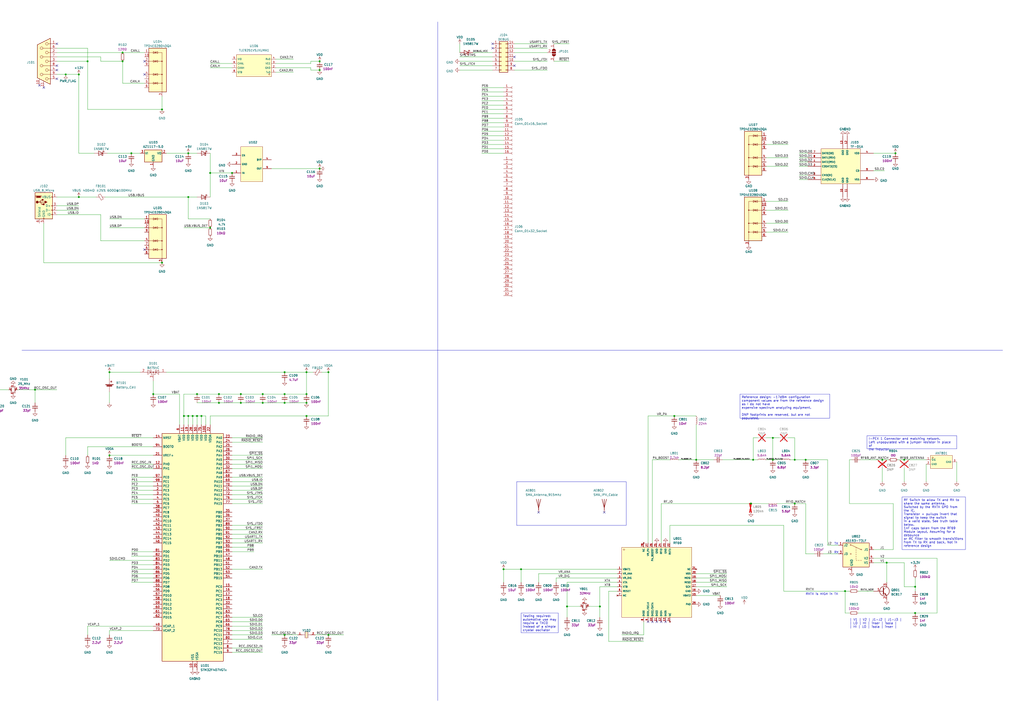
<source format=kicad_sch>
(kicad_sch (version 20230121) (generator eeschema)
  (paper "A2")
  (lib_symbols
    (symbol "Connector:Conn_01x16_Socket" (pin_names (offset 1.016) hide)
      (property "Reference" "J" (at 0 20.32 0))
      (property "Value" "Conn_01x16_Socket" (at 0 -22.86 0))
      (symbol "Conn_01x16_Socket_1_1"
        (pin passive line (at -5.08 17.78 0) (length 3.81) (name "Pin_1") (number "1"))
        (pin passive line (at -5.08 -5.08 0) (length 3.81) (name "Pin_10") (number "10"))
        (pin passive line (at -5.08 -7.62 0) (length 3.81) (name "Pin_11") (number "11"))
        (pin passive line (at -5.08 -10.16 0) (length 3.81) (name "Pin_12") (number "12"))
        (pin passive line (at -5.08 -12.7 0) (length 3.81) (name "Pin_13") (number "13"))
        (pin passive line (at -5.08 -15.24 0) (length 3.81) (name "Pin_14") (number "14"))
        (pin passive line (at -5.08 -17.78 0) (length 3.81) (name "Pin_15") (number "15"))
        (pin passive line (at -5.08 -20.32 0) (length 3.81) (name "Pin_16") (number "16"))
        (pin passive line (at -5.08 15.24 0) (length 3.81) (name "Pin_2") (number "2"))
        (pin passive line (at -5.08 12.7 0) (length 3.81) (name "Pin_3") (number "3"))
        (pin passive line (at -5.08 10.16 0) (length 3.81) (name "Pin_4") (number "4"))
        (pin passive line (at -5.08 7.62 0) (length 3.81) (name "Pin_5") (number "5"))
        (pin passive line (at -5.08 5.08 0) (length 3.81) (name "Pin_6") (number "6"))
        (pin passive line (at -5.08 2.54 0) (length 3.81) (name "Pin_7") (number "7"))
        (pin passive line (at -5.08 0 0) (length 3.81) (name "Pin_8") (number "8"))
        (pin passive line (at -5.08 -2.54 0) (length 3.81) (name "Pin_9") (number "9"))
      )
    )
    (symbol "Connector:Conn_01x32_Socket" (pin_names (offset 1.016) hide)
      (property "Reference" "J" (at 0 40.64 0))
      (property "Value" "Conn_01x32_Socket" (at 0 -43.18 0))
      (symbol "Conn_01x32_Socket_1_1"
        (pin passive line (at -5.08 38.1 0) (length 3.81) (name "Pin_1") (number "1"))
        (pin passive line (at -5.08 15.24 0) (length 3.81) (name "Pin_10") (number "10"))
        (pin passive line (at -5.08 12.7 0) (length 3.81) (name "Pin_11") (number "11"))
        (pin passive line (at -5.08 10.16 0) (length 3.81) (name "Pin_12") (number "12"))
        (pin passive line (at -5.08 7.62 0) (length 3.81) (name "Pin_13") (number "13"))
        (pin passive line (at -5.08 5.08 0) (length 3.81) (name "Pin_14") (number "14"))
        (pin passive line (at -5.08 2.54 0) (length 3.81) (name "Pin_15") (number "15"))
        (pin passive line (at -5.08 0 0) (length 3.81) (name "Pin_16") (number "16"))
        (pin passive line (at -5.08 -2.54 0) (length 3.81) (name "Pin_17") (number "17"))
        (pin passive line (at -5.08 -5.08 0) (length 3.81) (name "Pin_18") (number "18"))
        (pin passive line (at -5.08 -7.62 0) (length 3.81) (name "Pin_19") (number "19"))
        (pin passive line (at -5.08 35.56 0) (length 3.81) (name "Pin_2") (number "2"))
        (pin passive line (at -5.08 -10.16 0) (length 3.81) (name "Pin_20") (number "20"))
        (pin passive line (at -5.08 -12.7 0) (length 3.81) (name "Pin_21") (number "21"))
        (pin passive line (at -5.08 -15.24 0) (length 3.81) (name "Pin_22") (number "22"))
        (pin passive line (at -5.08 -17.78 0) (length 3.81) (name "Pin_23") (number "23"))
        (pin passive line (at -5.08 -20.32 0) (length 3.81) (name "Pin_24") (number "24"))
        (pin passive line (at -5.08 -22.86 0) (length 3.81) (name "Pin_25") (number "25"))
        (pin passive line (at -5.08 -25.4 0) (length 3.81) (name "Pin_26") (number "26"))
        (pin passive line (at -5.08 -27.94 0) (length 3.81) (name "Pin_27") (number "27"))
        (pin passive line (at -5.08 -30.48 0) (length 3.81) (name "Pin_28") (number "28"))
        (pin passive line (at -5.08 -33.02 0) (length 3.81) (name "Pin_29") (number "29"))
        (pin passive line (at -5.08 33.02 0) (length 3.81) (name "Pin_3") (number "3"))
        (pin passive line (at -5.08 -35.56 0) (length 3.81) (name "Pin_30") (number "30"))
        (pin passive line (at -5.08 -38.1 0) (length 3.81) (name "Pin_31") (number "31"))
        (pin passive line (at -5.08 -40.64 0) (length 3.81) (name "Pin_32") (number "32"))
        (pin passive line (at -5.08 30.48 0) (length 3.81) (name "Pin_4") (number "4"))
        (pin passive line (at -5.08 27.94 0) (length 3.81) (name "Pin_5") (number "5"))
        (pin passive line (at -5.08 25.4 0) (length 3.81) (name "Pin_6") (number "6"))
        (pin passive line (at -5.08 22.86 0) (length 3.81) (name "Pin_7") (number "7"))
        (pin passive line (at -5.08 20.32 0) (length 3.81) (name "Pin_8") (number "8"))
        (pin passive line (at -5.08 17.78 0) (length 3.81) (name "Pin_9") (number "9"))
      )
    )
    (symbol "Connector:USB_B_Micro" (pin_names (offset 1.016))
      (property "Reference" "J" (at -5.08 11.43 0))
      (property "Value" "USB_B_Micro" (at -5.08 8.89 0))
      (symbol "USB_B_Micro_1_1"
        (pin power_out line (at 7.62 5.08 180) (length 2.54) (name "VBUS") (number "1"))
        (pin bidirectional line (at 7.62 -2.54 180) (length 2.54) (name "D-") (number "2"))
        (pin bidirectional line (at 7.62 0 180) (length 2.54) (name "D+") (number "3"))
        (pin passive line (at 7.62 -5.08 180) (length 2.54) (name "ID") (number "4"))
        (pin power_out line (at 0 -10.16 90) (length 2.54) (name "GND") (number "5"))
        (pin passive line (at -2.54 -10.16 90) (length 2.54) (name "Shield") (number "6"))
      )
    )
    (symbol "Connector_Generic:Conn_02x07_Counter_Clockwise" (pin_names (offset 1.016) hide)
      (property "Reference" "J" (at 1.27 10.16 0))
      (property "Value" "Conn_02x07_Counter_Clockwise" (at 1.27 -10.16 0))
      (symbol "Conn_02x07_Counter_Clockwise_1_1"
        (pin passive line (at -5.08 7.62 0) (length 3.81) (name "Pin_1") (number "1"))
        (pin passive line (at 7.62 -2.54 180) (length 3.81) (name "Pin_10") (number "10"))
        (pin passive line (at 7.62 0 180) (length 3.81) (name "Pin_11") (number "11"))
        (pin passive line (at 7.62 2.54 180) (length 3.81) (name "Pin_12") (number "12"))
        (pin passive line (at 7.62 5.08 180) (length 3.81) (name "Pin_13") (number "13"))
        (pin passive line (at 7.62 7.62 180) (length 3.81) (name "Pin_14") (number "14"))
        (pin passive line (at -5.08 5.08 0) (length 3.81) (name "Pin_2") (number "2"))
        (pin passive line (at -5.08 2.54 0) (length 3.81) (name "Pin_3") (number "3"))
        (pin passive line (at -5.08 0 0) (length 3.81) (name "Pin_4") (number "4"))
        (pin passive line (at -5.08 -2.54 0) (length 3.81) (name "Pin_5") (number "5"))
        (pin passive line (at -5.08 -5.08 0) (length 3.81) (name "Pin_6") (number "6"))
        (pin passive line (at -5.08 -7.62 0) (length 3.81) (name "Pin_7") (number "7"))
        (pin passive line (at 7.62 -7.62 180) (length 3.81) (name "Pin_8") (number "8"))
        (pin passive line (at 7.62 -5.08 180) (length 3.81) (name "Pin_9") (number "9"))
      )
    )
    (symbol "Device:Antenna" (pin_numbers hide) (pin_names (offset 1.016) hide)
      (property "Reference" "AE" (at -1.905 1.905 0))
      (property "Value" "Antenna" (at -1.905 0 0))
      (symbol "Antenna_1_1"
        (pin input line (at 0 -5.08 90) (length 2.54) (name "A") (number "1"))
      )
    )
    (symbol "Device:Battery_Cell" (pin_numbers hide) (pin_names (offset 0) hide)
      (property "Reference" "BT" (at 2.54 2.54 0))
      (property "Value" "Battery_Cell" (at 2.54 0 0))
      (symbol "Battery_Cell_1_1"
        (pin passive line (at 0 5.08 270) (length 2.54) (name "+") (number "1"))
        (pin passive line (at 0 -2.54 90) (length 2.54) (name "-") (number "2"))
      )
    )
    (symbol "Device:FerriteBead_Small" (pin_numbers hide) (pin_names (offset 0))
      (property "Reference" "FB" (at 1.905 1.27 0))
      (property "Value" "FerriteBead_Small" (at 1.905 -1.27 0))
      (symbol "FerriteBead_Small_1_1"
        (pin passive line (at 0 2.54 270) (length 1.27) (name "~") (number "1"))
        (pin passive line (at 0 -2.54 90) (length 1.27) (name "~") (number "2"))
      )
    )
    (symbol "Diode:1N5817" (pin_numbers hide) (pin_names (offset 1.016) hide)
      (property "Reference" "D" (at 0 2.54 0))
      (property "Value" "1N5817" (at 0 -2.54 0))
      (symbol "1N5817_1_1"
        (pin passive line (at -3.81 0 0) (length 2.54) (name "K") (number "1"))
        (pin passive line (at 3.81 0 180) (length 2.54) (name "A") (number "2"))
      )
    )
    (symbol "Diode:BAT54C" (pin_names (offset 1.016))
      (property "Reference" "D" (at 0.635 -3.81 0))
      (property "Value" "BAT54C" (at -6.35 3.175 0))
      (symbol "BAT54C_1_1"
        (pin passive line (at -7.62 0 0) (length 3.81) (name "~") (number "1"))
        (pin passive line (at 7.62 0 180) (length 3.81) (name "~") (number "2"))
        (pin passive line (at 0 -5.08 90) (length 5.08) (name "~") (number "3"))
      )
    )
    (symbol "Jumper:SolderJumper_3_Open" (pin_names (offset 0) hide)
      (property "Reference" "JP" (at -2.54 -2.54 0))
      (property "Value" "SolderJumper_3_Open" (at 0 2.794 0))
      (symbol "SolderJumper_3_Open_1_1"
        (pin passive line (at -5.08 0 0) (length 2.54) (name "A") (number "1"))
        (pin passive line (at 0 -3.81 90) (length 2.54) (name "C") (number "2"))
        (pin passive line (at 5.08 0 180) (length 2.54) (name "B") (number "3"))
      )
    )
    (symbol "LCSC_Antenna:BWIPX-1-001E"
      (property "Reference" "ANT" (at 0 5.08 0))
      (symbol "BWIPX-1-001E_0_1"
        (pin input line (at -8.89 1.27 0) (length 2.54) (name "SIG") (number "1"))
        (pin power_in line (at -8.89 -1.27 0) (length 2.54) (name "GND") (number "2"))
        (pin power_in line (at 8.89 0 180) (length 2.54) (name "GND") (number "3"))
      )
    )
    (symbol "LCSC_Capacitor:C_0402_100nf_X7R" (pin_numbers hide) (pin_names (offset 0.254) hide) (in_bom no)
      (property "Reference" "C" (at 0.254 1.778 0))
      (property "Capacitance" "100nf" (at 0 0 0))
      (symbol "C_0402_100nf_X7R_1_1"
        (pin passive line (at 0 2.54 270) (length 2.032) (name "~") (number "1"))
        (pin passive line (at 0 -2.54 90) (length 2.032) (name "~") (number "2"))
      )
    )
    (symbol "LCSC_Capacitor:C_0402_100p_C0G" (pin_numbers hide) (pin_names (offset 0.254) hide) (in_bom no)
      (property "Reference" "C" (at 0.254 1.778 0))
      (property "Capacitance" "100pF" (at 0 0 0))
      (symbol "C_0402_100p_C0G_1_1"
        (pin passive line (at 0 2.54 270) (length 2.032) (name "~") (number "1"))
        (pin passive line (at 0 -2.54 90) (length 2.032) (name "~") (number "2"))
      )
    )
    (symbol "LCSC_Capacitor:C_0402_10n_C0G" (pin_numbers hide) (pin_names (offset 0.254) hide) (in_bom no)
      (property "Reference" "C" (at 0.254 1.778 0))
      (property "Capacitance" "10nf" (at 0 0 0))
      (symbol "C_0402_10n_C0G_1_1"
        (pin passive line (at 0 2.54 270) (length 2.032) (name "~") (number "1"))
        (pin passive line (at 0 -2.54 90) (length 2.032) (name "~") (number "2"))
      )
    )
    (symbol "LCSC_Capacitor:C_0402_1nf_X7R" (pin_numbers hide) (pin_names (offset 0.254) hide) (in_bom no)
      (property "Reference" "C" (at 0.254 1.778 0))
      (property "Capacitance" "1nf" (at 0 0 0))
      (symbol "C_0402_1nf_X7R_1_1"
        (pin passive line (at 0 2.54 270) (length 2.032) (name "~") (number "1"))
        (pin passive line (at 0 -2.54 90) (length 2.032) (name "~") (number "2"))
      )
    )
    (symbol "LCSC_Capacitor:C_0402_22p_C0G" (pin_numbers hide) (pin_names (offset 0.254) hide) (in_bom no)
      (property "Reference" "C" (at 0.254 1.778 0))
      (property "Capacitance" "22pf" (at 0 0 0))
      (symbol "C_0402_22p_C0G_1_1"
        (pin passive line (at 0 2.54 270) (length 2.032) (name "~") (number "1"))
        (pin passive line (at 0 -2.54 90) (length 2.032) (name "~") (number "2"))
      )
    )
    (symbol "LCSC_Capacitor:C_0402_2u2_X75R" (pin_numbers hide) (pin_names (offset 0.254) hide) (in_bom no)
      (property "Reference" "C" (at 0.254 1.778 0))
      (property "Capacitance" "2.2uF" (at 0 0 0))
      (symbol "C_0402_2u2_X75R_1_1"
        (pin passive line (at 0 2.54 270) (length 2.032) (name "~") (number "1"))
        (pin passive line (at 0 -2.54 90) (length 2.032) (name "~") (number "2"))
      )
    )
    (symbol "LCSC_Capacitor:C_0402_33p_C0G" (pin_numbers hide) (pin_names (offset 0.254) hide) (in_bom no)
      (property "Reference" "C" (at 0.254 1.778 0))
      (property "Capacitance" "33pf" (at 0 0 0))
      (symbol "C_0402_33p_C0G_1_1"
        (pin passive line (at 0 2.54 270) (length 2.032) (name "~") (number "1"))
        (pin passive line (at 0 -2.54 90) (length 2.032) (name "~") (number "2"))
      )
    )
    (symbol "LCSC_Capacitor:C_0402_3p3_C0G" (pin_numbers hide) (pin_names (offset 0.254) hide) (in_bom no)
      (property "Reference" "C" (at 0.254 1.778 0))
      (property "Capacitance" "3.3pf" (at 0 0 0))
      (symbol "C_0402_3p3_C0G_1_1"
        (pin passive line (at 0 2.54 270) (length 2.032) (name "~") (number "1"))
        (pin passive line (at 0 -2.54 90) (length 2.032) (name "~") (number "2"))
      )
    )
    (symbol "LCSC_Capacitor:C_0402_5p6_C0G" (pin_numbers hide) (pin_names (offset 0.254) hide) (in_bom no)
      (property "Reference" "C" (at 0.254 1.778 0))
      (property "Capacitance" "5.6pf" (at 0 0 0))
      (symbol "C_0402_5p6_C0G_1_1"
        (pin passive line (at 0 2.54 270) (length 2.032) (name "~") (number "1"))
        (pin passive line (at 0 -2.54 90) (length 2.032) (name "~") (number "2"))
      )
    )
    (symbol "LCSC_Capacitor:C_0402_6p8_C0G" (pin_numbers hide) (pin_names (offset 0.254) hide) (in_bom no)
      (property "Reference" "C" (at 0.254 1.778 0))
      (property "Capacitance" "6.8pf" (at 0 0 0))
      (symbol "C_0402_6p8_C0G_1_1"
        (pin passive line (at 0 2.54 270) (length 2.032) (name "~") (number "1"))
        (pin passive line (at 0 -2.54 90) (length 2.032) (name "~") (number "2"))
      )
    )
    (symbol "LCSC_Capacitor:C_0402_8p2_C0G" (pin_numbers hide) (pin_names (offset 0.254) hide) (in_bom no)
      (property "Reference" "C" (at 0.254 1.778 0))
      (property "Capacitance" "8.2pf" (at 0 0 0))
      (symbol "C_0402_8p2_C0G_1_1"
        (pin passive line (at 0 2.54 270) (length 2.032) (name "~") (number "1"))
        (pin passive line (at 0 -2.54 90) (length 2.032) (name "~") (number "2"))
      )
    )
    (symbol "LCSC_Capacitor:C_0402_DNP" (pin_numbers hide) (pin_names (offset 0.254) hide) (in_bom no)
      (property "Reference" "C" (at 0.254 1.778 0))
      (property "Capacitance" "DNP" (at 0 0 0))
      (symbol "C_0402_DNP_1_1"
        (pin passive line (at 0 2.54 270) (length 2.032) (name "~") (number "1"))
        (pin passive line (at 0 -2.54 90) (length 2.032) (name "~") (number "2"))
      )
    )
    (symbol "LCSC_Capacitor:C_0805_10u_X5R" (pin_numbers hide) (pin_names (offset 0.254) hide) (in_bom no)
      (property "Reference" "C" (at 0.254 1.778 0))
      (property "Capacitance" "10uF" (at 0 0 0))
      (symbol "C_0805_10u_X5R_1_1"
        (pin passive line (at 0 2.54 270) (length 2.032) (name "~") (number "1"))
        (pin passive line (at 0 -2.54 90) (length 2.032) (name "~") (number "2"))
      )
    )
    (symbol "LCSC_Capacitor:C_0805_4u7_X5R" (pin_numbers hide) (pin_names (offset 0.254) hide) (in_bom no)
      (property "Reference" "C" (at 0.254 1.778 0))
      (property "Capacitance" "4.7uF" (at 0 0 0))
      (symbol "C_0805_4u7_X5R_1_1"
        (pin passive line (at 0 2.54 270) (length 2.032) (name "~") (number "1"))
        (pin passive line (at 0 -2.54 90) (length 2.032) (name "~") (number "2"))
      )
    )
    (symbol "LCSC_Communication_Interface_Chip_UART_485_232:TLE9251VSJXUMA1"
      (property "Reference" "U" (at 0 7.62 0))
      (property "Value" "TLE9251VSJXUMA1" (at 0 -7.62 0))
      (symbol "TLE9251VSJXUMA1_0_1"
        (pin bidirectional line (at -12.7 3.81 0) (length 2.54) (name "TxD") (number "1"))
        (pin power_in line (at -12.7 1.27 0) (length 2.54) (name "GND") (number "2"))
        (pin power_in line (at -12.7 -1.27 0) (length 2.54) (name "VCC") (number "3"))
        (pin bidirectional line (at -12.7 -3.81 0) (length 2.54) (name "RxD") (number "4"))
        (pin bidirectional line (at 12.7 -3.81 180) (length 2.54) (name "VIO") (number "5"))
        (pin bidirectional line (at 12.7 -1.27 180) (length 2.54) (name "CANL") (number "6"))
        (pin bidirectional line (at 12.7 1.27 180) (length 2.54) (name "CANH") (number "7"))
        (pin bidirectional line (at 12.7 3.81 180) (length 2.54) (name "STB") (number "8"))
      )
    )
    (symbol "LCSC_Connector:D-DMR009PF-D002" (pin_names (offset 1.016) hide)
      (property "Reference" "J" (at 0 16.51 0))
      (property "Value" "DE9_Receptacle_MountingHoles" (at 0 14.605 0))
      (symbol "D-DMR009PF-D002_1_1"
        (pin passive line (at -7.62 10.16 0) (length 3.81) (name "1") (number "1"))
        (pin passive line (at 2.54 -13.97 90) (length 3.81) (name "PAD") (number "10"))
        (pin passive line (at 0 -15.24 90) (length 3.81) (name "PAD") (number "11"))
        (pin passive line (at -7.62 5.08 0) (length 3.81) (name "2") (number "2"))
        (pin passive line (at -7.62 0 0) (length 3.81) (name "3") (number "3"))
        (pin passive line (at -7.62 -5.08 0) (length 3.81) (name "4") (number "4"))
        (pin passive line (at -7.62 -10.16 0) (length 3.81) (name "5") (number "5"))
        (pin passive line (at -7.62 7.62 0) (length 3.81) (name "6") (number "6"))
        (pin passive line (at -7.62 2.54 0) (length 3.81) (name "7") (number "7"))
        (pin passive line (at -7.62 -2.54 0) (length 3.81) (name "8") (number "8"))
        (pin passive line (at -7.62 -7.62 0) (length 3.81) (name "9") (number "9"))
      )
    )
    (symbol "LCSC_Connector:TF-01A"
      (property "Reference" "J" (at -10.16 11.43 0))
      (property "Value" "TF-01A" (at 0 -2.54 0))
      (symbol "TF-01A_0_1"
        (pin bidirectional line (at -19.05 2.54 0) (length 7.62) (name "DAT2(RSV)") (number "1"))
        (pin input line (at 1.27 -17.78 90) (length 7.62) (name "GND") (number "10"))
        (pin input line (at 3.81 -17.78 90) (length 7.62) (name "GND") (number "11"))
        (pin input line (at 3.81 17.78 270) (length 7.62) (name "GND") (number "12"))
        (pin input line (at 1.27 17.78 270) (length 7.62) (name "GND") (number "13"))
        (pin bidirectional line (at -19.05 0 0) (length 7.62) (name "CDDAT3(CS)") (number "2"))
        (pin input line (at -19.05 -5.08 0) (length 7.62) (name "CMD(DI)") (number "3"))
        (pin input line (at 19.05 7.62 180) (length 7.62) (name "VDD") (number "4"))
        (pin input line (at -19.05 -7.62 0) (length 7.62) (name "CLK(SCLK)") (number "5"))
        (pin input line (at 19.05 -7.62 180) (length 7.62) (name "VSS") (number "6"))
        (pin bidirectional line (at -19.05 7.62 0) (length 7.62) (name "DAT0(D0)") (number "7"))
        (pin bidirectional line (at -19.05 5.08 0) (length 7.62) (name "DAT1(RSV)") (number "8"))
        (pin input line (at 19.05 -2.54 180) (length 7.62) (name "CD") (number "9"))
      )
    )
    (symbol "LCSC_Crystal:25_Mhz" (pin_names (offset 1.016) hide) (in_bom no)
      (property "Reference" "Y" (at 1.27 4.445 0))
      (property "Value" "25_Mhz" (at 1.27 2.54 0))
      (property "Frequency" "35Mhz" (at 0 0 0))
      (symbol "25_Mhz_1_1"
        (pin passive line (at -2.54 0 0) (length 1.27) (name "1") (number "1"))
        (pin passive line (at 0 -2.54 90) (length 0.635) (name "2") (number "2"))
        (pin passive line (at 2.54 0 180) (length 1.27) (name "3") (number "3"))
        (pin passive line (at 0 2.54 270) (length 0.635) (name "4") (number "4"))
      )
    )
    (symbol "LCSC_Crystal:32_Mhz" (pin_names (offset 1.016) hide) (in_bom no)
      (property "Reference" "Y" (at 1.27 4.445 0))
      (property "Value" "32_Mhz" (at 1.27 2.54 0))
      (property "Frequency" "32MHz" (at 0 0 0))
      (symbol "32_Mhz_1_1"
        (pin passive line (at -2.54 0 0) (length 1.27) (name "1") (number "1"))
        (pin passive line (at 0 -2.54 90) (length 0.635) (name "2") (number "2"))
        (pin passive line (at 2.54 0 180) (length 1.27) (name "3") (number "3"))
        (pin passive line (at 0 2.54 270) (length 0.635) (name "4") (number "4"))
      )
    )
    (symbol "LCSC_Crystal:Q13FC1350000400" (pin_names hide)
      (property "Reference" "Y" (at 0 2.54 0))
      (symbol "Q13FC1350000400_0_1"
        (pin bidirectional line (at -5.08 0 0) (length 2.54) (name "1") (number "1"))
        (pin bidirectional line (at 5.08 0 180) (length 2.54) (name "2") (number "2"))
      )
    )
    (symbol "LCSC_DCDC_Converter:SPX3819M5-L-3-3_TR"
      (property "Reference" "U" (at 0 1.27 0))
      (symbol "SPX3819M5-L-3-3_TR_0_1"
        (pin power_in line (at -11.43 5.08 0) (length 5.08) (name "IN") (number "1"))
        (pin power_in line (at -11.43 0 0) (length 5.08) (name "GND") (number "2"))
        (pin input line (at -11.43 -5.08 0) (length 5.08) (name "EN") (number "3"))
        (pin input line (at 11.43 -2.54 180) (length 5.08) (name "BYP") (number "4"))
        (pin power_out line (at 11.43 2.54 180) (length 5.08) (name "OUT") (number "5"))
      )
    )
    (symbol "LCSC_Inductor:L_0402_120n" (pin_numbers hide) (pin_names (offset 0.254) hide) (in_bom no)
      (property "Reference" "L" (at 0.762 1.016 0))
      (property "LCSC" "C113123" (at 0 0 0))
      (property "MPN" "LQW15ANR12J00D" (at 0 0 0))
      (property "Inductance" "120nh" (at 0 0 0))
      (symbol "L_0402_120n_1_1"
        (pin passive line (at 0 2.54 270) (length 0.508) (name "~") (number "1"))
        (pin passive line (at 0 -2.54 90) (length 0.508) (name "~") (number "2"))
      )
    )
    (symbol "LCSC_Inductor:L_0402_22n" (pin_numbers hide) (pin_names (offset 0.254) hide) (in_bom no)
      (property "Reference" "L" (at 0.762 1.016 0))
      (property "LCSC" "C86129" (at 0 0 0))
      (property "MPN" "LQW15AN22NG00D" (at 0 0 0))
      (property "Inductance" "22nh" (at 0 0 0))
      (symbol "L_0402_22n_1_1"
        (pin passive line (at 0 2.54 270) (length 0.508) (name "~") (number "1"))
        (pin passive line (at 0 -2.54 90) (length 0.508) (name "~") (number "2"))
      )
    )
    (symbol "LCSC_Inductor:L_0402_2n7" (pin_numbers hide) (pin_names (offset 0.254) hide) (in_bom no)
      (property "Reference" "L" (at 0.762 1.016 0))
      (property "LCSC" "C98058" (at 0 0 0))
      (property "MPN" "LQW15AN2N7C00D" (at 0 0 0))
      (property "Inductance" "2.7nh" (at 0 0 0))
      (symbol "L_0402_2n7_1_1"
        (pin passive line (at 0 2.54 270) (length 0.508) (name "~") (number "1"))
        (pin passive line (at 0 -2.54 90) (length 0.508) (name "~") (number "2"))
      )
    )
    (symbol "LCSC_Inductor:L_0402_5n6" (pin_numbers hide) (pin_names (offset 0.254) hide) (in_bom no)
      (property "Reference" "L" (at 0.762 1.016 0))
      (property "LCSC" "C91626" (at 0 0 0))
      (property "MPN" "LQW15AN5N6C10D" (at 0 0 0))
      (property "Inductance" "5.6nh" (at 0 0 0))
      (symbol "L_0402_5n6_1_1"
        (pin passive line (at 0 2.54 270) (length 0.508) (name "~") (number "1"))
        (pin passive line (at 0 -2.54 90) (length 0.508) (name "~") (number "2"))
      )
    )
    (symbol "LCSC_RF_Transciever_ICs:AS193-73LF"
      (property "Reference" "U" (at -7.62 7.62 0))
      (property "Value" "AS193-73LF" (at 2.54 7.62 0))
      (property "LCSC" "C6199" (at 0 0 0))
      (property "MPN" "AS193-73LF" (at 0 0 0))
      (symbol "AS193-73LF_1_1"
        (pin passive line (at 10.16 5.08 180) (length 2.54) (name "J2") (number "1"))
        (pin power_in line (at 2.54 -10.16 90) (length 2.54) (name "GND") (number "2"))
        (pin passive line (at 10.16 0 180) (length 2.54) (name "J3") (number "3"))
        (pin input line (at -10.16 -2.54 0) (length 2.54) (name "V2") (number "4"))
        (pin passive line (at -10.16 2.54 0) (length 2.54) (name "J1") (number "5"))
        (pin input line (at -10.16 -5.08 0) (length 2.54) (name "V1") (number "6"))
      )
    )
    (symbol "LCSC_RF_Transciever_ICs:RF69"
      (property "Reference" "U" (at 17.78 25.4 0))
      (property "Value" "RF69" (at 17.78 22.86 0))
      (symbol "RF69_0_1"
        (pin power_in line (at -22.86 7.62 0) (length 2.54) (name "VBAT1") (number "1"))
        (pin bidirectional line (at -2.54 -22.86 90) (length 2.54) (name "DIO2/DATA") (number "10"))
        (pin bidirectional line (at 0 -22.86 90) (length 2.54) (name "DIO3") (number "11"))
        (pin bidirectional line (at 2.54 -22.86 90) (length 2.54) (name "DIO4") (number "12"))
        (pin bidirectional line (at 5.08 -22.86 90) (length 2.54) (name "DIO5") (number "13"))
        (pin no_connect line (at 7.62 -22.86 90) (length 2.54) (name "NC") (number "14"))
        (pin power_in line (at 22.86 -7.62 180) (length 2.54) (name "VBAT2") (number "15"))
        (pin power_in line (at 22.86 -5.08 180) (length 2.54) (name "GND") (number "16"))
        (pin input line (at 22.86 -2.54 180) (length 2.54) (name "SCK") (number "17"))
        (pin output line (at 22.86 0 180) (length 2.54) (name "MISO") (number "18"))
        (pin input line (at 22.86 2.54 180) (length 2.54) (name "MOSI") (number "19"))
        (pin power_out line (at -22.86 5.08 0) (length 2.54) (name "VR_ANA") (number "2"))
        (pin input line (at 22.86 5.08 180) (length 2.54) (name "NSS") (number "20"))
        (pin no_connect line (at 22.86 7.62 180) (length 2.54) (name "NC") (number "21"))
        (pin output line (at 7.62 22.86 270) (length 2.54) (name "RXTX") (number "22"))
        (pin power_in line (at 5.08 22.86 270) (length 2.54) (name "GND") (number "23"))
        (pin bidirectional line (at 2.54 22.86 270) (length 2.54) (name "RFIO") (number "24"))
        (pin power_in line (at 0 22.86 270) (length 2.54) (name "GND") (number "25"))
        (pin output line (at -2.54 22.86 270) (length 2.54) (name "PA_BOOST") (number "26"))
        (pin power_out line (at -5.08 22.86 270) (length 2.54) (name "VR_PA") (number "27"))
        (pin no_connect line (at -7.62 22.86 270) (length 2.54) (name "NC") (number "28"))
        (pin power_in line (at 22.86 -12.7 180) (length 2.54) (name "PAD") (number "29"))
        (pin power_out line (at -22.86 2.54 0) (length 2.54) (name "VR_DIG") (number "3"))
        (pin bidirectional line (at -22.86 0 0) (length 2.54) (name "XTA") (number "4"))
        (pin bidirectional line (at -22.86 -2.54 0) (length 2.54) (name "XTB") (number "5"))
        (pin bidirectional line (at -22.86 -5.08 0) (length 2.54) (name "RESET") (number "6"))
        (pin no_connect line (at -22.86 -7.62 0) (length 2.54) (name "NC") (number "7"))
        (pin bidirectional line (at -7.62 -22.86 90) (length 2.54) (name "DIO0") (number "8"))
        (pin bidirectional line (at -5.08 -22.86 90) (length 2.54) (name "DIO1/DCLK") (number "9"))
      )
    )
    (symbol "LCSC_Resistor:R_0402_0" (pin_numbers hide) (pin_names (offset 0.254) hide) (in_bom no)
      (property "Reference" "R" (at 0.762 0.508 0))
      (property "Resistance" "0Ω" (at 0 0 0))
      (symbol "R_0402_0_1_1"
        (pin passive line (at 0 2.54 270) (length 0.762) (name "~") (number "1"))
        (pin passive line (at 0 -2.54 90) (length 0.762) (name "~") (number "2"))
      )
    )
    (symbol "LCSC_Resistor:R_0402_100k" (pin_numbers hide) (pin_names (offset 0.254) hide) (in_bom no)
      (property "Reference" "R" (at 0.762 0.508 0))
      (property "Resistance" "100kΩ" (at 0 0 0))
      (symbol "R_0402_100k_1_1"
        (pin passive line (at 0 2.54 270) (length 0.762) (name "~") (number "1"))
        (pin passive line (at 0 -2.54 90) (length 0.762) (name "~") (number "2"))
      )
    )
    (symbol "LCSC_Resistor:R_0402_10k" (pin_numbers hide) (pin_names (offset 0.254) hide) (in_bom no)
      (property "Reference" "R" (at 0.762 0.508 0))
      (property "Resistance" "10kΩ" (at 0 0 0))
      (symbol "R_0402_10k_1_1"
        (pin passive line (at 0 2.54 270) (length 0.762) (name "~") (number "1"))
        (pin passive line (at 0 -2.54 90) (length 0.762) (name "~") (number "2"))
      )
    )
    (symbol "LCSC_Resistor:R_0402_1k" (pin_numbers hide) (pin_names (offset 0.254) hide) (in_bom no)
      (property "Reference" "R" (at 0.762 0.508 0))
      (property "Resistance" "1kΩ" (at 0 0 0))
      (symbol "R_0402_1k_1_1"
        (pin passive line (at 0 2.54 270) (length 0.762) (name "~") (number "1"))
        (pin passive line (at 0 -2.54 90) (length 0.762) (name "~") (number "2"))
      )
    )
    (symbol "LCSC_Resistor:R_0402_DNP" (pin_numbers hide) (pin_names (offset 0.254) hide) (in_bom no)
      (property "Reference" "R" (at 0.762 0.508 0))
      (property "Value" "R_0402_DNP" (at 0.762 -1.016 0))
      (symbol "R_0402_DNP_1_1"
        (pin passive line (at 0 2.54 270) (length 0.762) (name "~") (number "1"))
        (pin passive line (at 0 -2.54 90) (length 0.762) (name "~") (number "2"))
      )
    )
    (symbol "LCSC_Resistor:R_1206_120" (pin_numbers hide) (pin_names (offset 0.254) hide) (in_bom no)
      (property "Reference" "R" (at 0.762 0.508 0))
      (property "Resistance" "120Ω" (at 0 0 0))
      (symbol "R_1206_120_1_1"
        (pin passive line (at 0 2.54 270) (length 0.762) (name "~") (number "1"))
        (pin passive line (at 0 -2.54 90) (length 0.762) (name "~") (number "2"))
      )
    )
    (symbol "LCSC_Transistor1:BC817" (pin_names (offset 0) hide)
      (property "Reference" "Q" (at 5.08 1.905 0))
      (property "Value" "BC817" (at 5.08 0 0))
      (property "LCSC" "C39828" (at 0 0 0))
      (symbol "BC817_1_1"
        (pin input line (at -5.08 0 0) (length 5.715) (name "B") (number "1"))
        (pin passive line (at 2.54 -5.08 90) (length 2.54) (name "E") (number "2"))
        (pin passive line (at 2.54 5.08 270) (length 2.54) (name "C") (number "3"))
      )
    )
    (symbol "MCU_ST_STM32F4:STM32F407VGTx"
      (property "Reference" "U" (at -17.78 67.31 0))
      (property "Value" "STM32F407VGTx" (at 12.7 67.31 0))
      (symbol "STM32F407VGTx_1_1"
        (pin bidirectional line (at -22.86 35.56 0) (length 5.08) (name "PE2") (number "1"))
        (pin power_in line (at 0 -71.12 90) (length 5.08) (name "VSS") (number "10"))
        (pin power_in line (at 7.62 71.12 270) (length 5.08) (name "VDD") (number "100"))
        (pin power_in line (at -5.08 71.12 270) (length 5.08) (name "VDD") (number "11"))
        (pin bidirectional line (at -22.86 48.26 0) (length 5.08) (name "PH0") (number "12"))
        (pin bidirectional line (at -22.86 45.72 0) (length 5.08) (name "PH1") (number "13"))
        (pin input line (at -22.86 63.5 0) (length 5.08) (name "NRST") (number "14"))
        (pin bidirectional line (at 22.86 -22.86 180) (length 5.08) (name "PC0") (number "15"))
        (pin bidirectional line (at 22.86 -25.4 180) (length 5.08) (name "PC1") (number "16"))
        (pin bidirectional line (at 22.86 -27.94 180) (length 5.08) (name "PC2") (number "17"))
        (pin bidirectional line (at 22.86 -30.48 180) (length 5.08) (name "PC3") (number "18"))
        (pin power_in line (at -2.54 71.12 270) (length 5.08) (name "VDD") (number "19"))
        (pin bidirectional line (at -22.86 33.02 0) (length 5.08) (name "PE3") (number "2"))
        (pin power_in line (at 2.54 -71.12 90) (length 5.08) (name "VSSA") (number "20"))
        (pin input line (at -22.86 53.34 0) (length 5.08) (name "VREF+") (number "21"))
        (pin power_in line (at 10.16 71.12 270) (length 5.08) (name "VDDA") (number "22"))
        (pin bidirectional line (at 22.86 63.5 180) (length 5.08) (name "PA0") (number "23"))
        (pin bidirectional line (at 22.86 60.96 180) (length 5.08) (name "PA1") (number "24"))
        (pin bidirectional line (at 22.86 58.42 180) (length 5.08) (name "PA2") (number "25"))
        (pin bidirectional line (at 22.86 55.88 180) (length 5.08) (name "PA3") (number "26"))
        (pin passive line (at 0 -71.12 90) (length 5.08) hide (name "VSS") (number "27"))
        (pin power_in line (at 0 71.12 270) (length 5.08) (name "VDD") (number "28"))
        (pin bidirectional line (at 22.86 53.34 180) (length 5.08) (name "PA4") (number "29"))
        (pin bidirectional line (at -22.86 30.48 0) (length 5.08) (name "PE4") (number "3"))
        (pin bidirectional line (at 22.86 50.8 180) (length 5.08) (name "PA5") (number "30"))
        (pin bidirectional line (at 22.86 48.26 180) (length 5.08) (name "PA6") (number "31"))
        (pin bidirectional line (at 22.86 45.72 180) (length 5.08) (name "PA7") (number "32"))
        (pin bidirectional line (at 22.86 -33.02 180) (length 5.08) (name "PC4") (number "33"))
        (pin bidirectional line (at 22.86 -35.56 180) (length 5.08) (name "PC5") (number "34"))
        (pin bidirectional line (at 22.86 20.32 180) (length 5.08) (name "PB0") (number "35"))
        (pin bidirectional line (at 22.86 17.78 180) (length 5.08) (name "PB1") (number "36"))
        (pin bidirectional line (at 22.86 15.24 180) (length 5.08) (name "PB2") (number "37"))
        (pin bidirectional line (at -22.86 22.86 0) (length 5.08) (name "PE7") (number "38"))
        (pin bidirectional line (at -22.86 20.32 0) (length 5.08) (name "PE8") (number "39"))
        (pin bidirectional line (at -22.86 27.94 0) (length 5.08) (name "PE5") (number "4"))
        (pin bidirectional line (at -22.86 17.78 0) (length 5.08) (name "PE9") (number "40"))
        (pin bidirectional line (at -22.86 15.24 0) (length 5.08) (name "PE10") (number "41"))
        (pin bidirectional line (at -22.86 12.7 0) (length 5.08) (name "PE11") (number "42"))
        (pin bidirectional line (at -22.86 10.16 0) (length 5.08) (name "PE12") (number "43"))
        (pin bidirectional line (at -22.86 7.62 0) (length 5.08) (name "PE13") (number "44"))
        (pin bidirectional line (at -22.86 5.08 0) (length 5.08) (name "PE14") (number "45"))
        (pin bidirectional line (at -22.86 2.54 0) (length 5.08) (name "PE15") (number "46"))
        (pin bidirectional line (at 22.86 -5.08 180) (length 5.08) (name "PB10") (number "47"))
        (pin bidirectional line (at 22.86 -7.62 180) (length 5.08) (name "PB11") (number "48"))
        (pin power_out line (at -22.86 -45.72 0) (length 5.08) (name "VCAP_1") (number "49"))
        (pin bidirectional line (at -22.86 25.4 0) (length 5.08) (name "PE6") (number "5"))
        (pin power_in line (at 2.54 71.12 270) (length 5.08) (name "VDD") (number "50"))
        (pin bidirectional line (at 22.86 -10.16 180) (length 5.08) (name "PB12") (number "51"))
        (pin bidirectional line (at 22.86 -12.7 180) (length 5.08) (name "PB13") (number "52"))
        (pin bidirectional line (at 22.86 -15.24 180) (length 5.08) (name "PB14") (number "53"))
        (pin bidirectional line (at 22.86 -17.78 180) (length 5.08) (name "PB15") (number "54"))
        (pin bidirectional line (at -22.86 -22.86 0) (length 5.08) (name "PD8") (number "55"))
        (pin bidirectional line (at -22.86 -25.4 0) (length 5.08) (name "PD9") (number "56"))
        (pin bidirectional line (at -22.86 -27.94 0) (length 5.08) (name "PD10") (number "57"))
        (pin bidirectional line (at -22.86 -30.48 0) (length 5.08) (name "PD11") (number "58"))
        (pin bidirectional line (at -22.86 -33.02 0) (length 5.08) (name "PD12") (number "59"))
        (pin power_in line (at -7.62 71.12 270) (length 5.08) (name "VBAT") (number "6"))
        (pin bidirectional line (at -22.86 -35.56 0) (length 5.08) (name "PD13") (number "60"))
        (pin bidirectional line (at -22.86 -38.1 0) (length 5.08) (name "PD14") (number "61"))
        (pin bidirectional line (at -22.86 -40.64 0) (length 5.08) (name "PD15") (number "62"))
        (pin bidirectional line (at 22.86 -38.1 180) (length 5.08) (name "PC6") (number "63"))
        (pin bidirectional line (at 22.86 -40.64 180) (length 5.08) (name "PC7") (number "64"))
        (pin bidirectional line (at 22.86 -43.18 180) (length 5.08) (name "PC8") (number "65"))
        (pin bidirectional line (at 22.86 -45.72 180) (length 5.08) (name "PC9") (number "66"))
        (pin bidirectional line (at 22.86 43.18 180) (length 5.08) (name "PA8") (number "67"))
        (pin bidirectional line (at 22.86 40.64 180) (length 5.08) (name "PA9") (number "68"))
        (pin bidirectional line (at 22.86 38.1 180) (length 5.08) (name "PA10") (number "69"))
        (pin bidirectional line (at 22.86 -55.88 180) (length 5.08) (name "PC13") (number "7"))
        (pin bidirectional line (at 22.86 35.56 180) (length 5.08) (name "PA11") (number "70"))
        (pin bidirectional line (at 22.86 33.02 180) (length 5.08) (name "PA12") (number "71"))
        (pin bidirectional line (at 22.86 30.48 180) (length 5.08) (name "PA13") (number "72"))
        (pin power_out line (at -22.86 -48.26 0) (length 5.08) (name "VCAP_2") (number "73"))
        (pin passive line (at 0 -71.12 90) (length 5.08) hide (name "VSS") (number "74"))
        (pin power_in line (at 5.08 71.12 270) (length 5.08) (name "VDD") (number "75"))
        (pin bidirectional line (at 22.86 27.94 180) (length 5.08) (name "PA14") (number "76"))
        (pin bidirectional line (at 22.86 25.4 180) (length 5.08) (name "PA15") (number "77"))
        (pin bidirectional line (at 22.86 -48.26 180) (length 5.08) (name "PC10") (number "78"))
        (pin bidirectional line (at 22.86 -50.8 180) (length 5.08) (name "PC11") (number "79"))
        (pin bidirectional line (at 22.86 -58.42 180) (length 5.08) (name "PC14") (number "8"))
        (pin bidirectional line (at 22.86 -53.34 180) (length 5.08) (name "PC12") (number "80"))
        (pin bidirectional line (at -22.86 -2.54 0) (length 5.08) (name "PD0") (number "81"))
        (pin bidirectional line (at -22.86 -5.08 0) (length 5.08) (name "PD1") (number "82"))
        (pin bidirectional line (at -22.86 -7.62 0) (length 5.08) (name "PD2") (number "83"))
        (pin bidirectional line (at -22.86 -10.16 0) (length 5.08) (name "PD3") (number "84"))
        (pin bidirectional line (at -22.86 -12.7 0) (length 5.08) (name "PD4") (number "85"))
        (pin bidirectional line (at -22.86 -15.24 0) (length 5.08) (name "PD5") (number "86"))
        (pin bidirectional line (at -22.86 -17.78 0) (length 5.08) (name "PD6") (number "87"))
        (pin bidirectional line (at -22.86 -20.32 0) (length 5.08) (name "PD7") (number "88"))
        (pin bidirectional line (at 22.86 12.7 180) (length 5.08) (name "PB3") (number "89"))
        (pin bidirectional line (at 22.86 -60.96 180) (length 5.08) (name "PC15") (number "9"))
        (pin bidirectional line (at 22.86 10.16 180) (length 5.08) (name "PB4") (number "90"))
        (pin bidirectional line (at 22.86 7.62 180) (length 5.08) (name "PB5") (number "91"))
        (pin bidirectional line (at 22.86 5.08 180) (length 5.08) (name "PB6") (number "92"))
        (pin bidirectional line (at 22.86 2.54 180) (length 5.08) (name "PB7") (number "93"))
        (pin input line (at -22.86 58.42 0) (length 5.08) (name "BOOT0") (number "94"))
        (pin bidirectional line (at 22.86 0 180) (length 5.08) (name "PB8") (number "95"))
        (pin bidirectional line (at 22.86 -2.54 180) (length 5.08) (name "PB9") (number "96"))
        (pin bidirectional line (at -22.86 40.64 0) (length 5.08) (name "PE0") (number "97"))
        (pin bidirectional line (at -22.86 38.1 0) (length 5.08) (name "PE1") (number "98"))
        (pin passive line (at 0 -71.12 90) (length 5.08) hide (name "VSS") (number "99"))
      )
    )
    (symbol "Power_Protection:TPD4E02B04DQA" (pin_names hide)
      (property "Reference" "U" (at 2.54 -11.43 0))
      (property "Value" "TPD4E02B04DQA" (at 7.62 1.905 0))
      (symbol "TPD4E02B04DQA_0_0"
        (pin passive line (at 2.54 -15.24 90) (length 2.54) (name "G") (number "3"))
      )
      (symbol "TPD4E02B04DQA_1_1"
        (pin passive line (at -7.62 10.16 0) (length 2.54) (name "IO1") (number "1"))
        (pin free line (at -7.62 7.62 0) (length 2.54) (name "NC") (number "10"))
        (pin passive line (at -7.62 5.08 0) (length 2.54) (name "IO2") (number "2"))
        (pin passive line (at -7.62 -2.54 0) (length 2.54) (name "IO3") (number "4"))
        (pin passive line (at -7.62 -7.62 0) (length 2.54) (name "IO4") (number "5"))
        (pin free line (at -7.62 -10.16 0) (length 2.54) (name "NC") (number "6"))
        (pin free line (at -7.62 -5.08 0) (length 2.54) (name "NC") (number "7"))
        (pin passive line (at 2.54 -15.24 90) (length 2.54) hide (name "G") (number "8"))
        (pin free line (at -7.62 2.54 0) (length 2.54) (name "NC") (number "9"))
      )
    )
    (symbol "Regulator_Linear:AZ1117-5.0" (pin_names (offset 0.254))
      (property "Reference" "U" (at -3.81 3.175 0))
      (property "Value" "AZ1117-5.0" (at 0 3.175 0))
      (symbol "AZ1117-5.0_1_1"
        (pin power_in line (at 0 -7.62 90) (length 2.54) (name "GND") (number "1"))
        (pin power_out line (at 7.62 0 180) (length 2.54) (name "VO") (number "2"))
        (pin power_in line (at -7.62 0 0) (length 2.54) (name "VI") (number "3"))
      )
    )
    (symbol "power:+12V" (power) (pin_names (offset 0))
      (property "Value" "+12V" (at 0 3.556 0))
      (symbol "+12V_1_1"
        (pin power_in line (at 0 0 90) (length 0) hide (name "+12V") (number "1"))
      )
    )
    (symbol "power:+3.3V" (power) (pin_names (offset 0))
      (property "Value" "+3.3V" (at 0 3.556 0))
      (symbol "+3.3V_1_1"
        (pin power_in line (at 0 0 90) (length 0) hide (name "+3.3V") (number "1"))
      )
    )
    (symbol "power:+5V" (power) (pin_names (offset 0))
      (property "Value" "+5V" (at 0 3.556 0))
      (symbol "+5V_1_1"
        (pin power_in line (at 0 0 90) (length 0) hide (name "+5V") (number "1"))
      )
    )
    (symbol "power:+BATT" (power) (pin_names (offset 0))
      (property "Value" "+BATT" (at 0 3.556 0))
      (symbol "+BATT_1_1"
        (pin power_in line (at 0 0 90) (length 0) hide (name "+BATT") (number "1"))
      )
    )
    (symbol "power:GND" (power) (pin_names (offset 0))
      (property "Value" "GND" (at 0 -3.81 0))
      (symbol "GND_1_1"
        (pin power_in line (at 0 0 270) (length 0) hide (name "GND") (number "1"))
      )
    )
    (symbol "power:PWR_FLAG" (power) (pin_numbers hide) (pin_names (offset 0) hide)
      (property "Value" "PWR_FLAG" (at 0 3.81 0))
      (symbol "PWR_FLAG_0_0"
        (pin power_out line (at 0 0 90) (length 0) (name "pwr") (number "1"))
      )
    )
    (symbol "power:VBUS" (power) (pin_names (offset 0))
      (property "Value" "VBUS" (at 0 3.81 0))
      (symbol "VBUS_1_1"
        (pin power_in line (at 0 0 90) (length 0) hide (name "VBUS") (number "1"))
      )
    )
    (symbol "power:VDD" (power) (pin_names (offset 0))
      (property "Value" "VDD" (at 0 3.81 0))
      (symbol "VDD_1_1"
        (pin power_in line (at 0 0 90) (length 0) hide (name "VDD") (number "1"))
      )
    )
    (symbol "power:VDDA" (power) (pin_names (offset 0))
      (property "Value" "VDDA" (at 0 3.81 0))
      (symbol "VDDA_1_1"
        (pin power_in line (at 0 0 90) (length 0) hide (name "VDDA") (number "1"))
      )
    )
  )
  (junction (at 127 233.68))
  (junction (at 121.92 100.33))
  (junction (at 127 228.6))
  (junction (at 93.98 63.5))
  (junction (at 139.7 233.68))
  (junction (at 116.84 241.3))
  (junction (at 50.8 35.56))
  (junction (at 292.1 330.2))
  (junction (at 165.1 233.68))
  (junction (at 185.42 35.56))
  (junction (at 347.98 351.79))
  (junction (at 114.3 241.3))
  (junction (at 190.5 368.3))
  (junction (at 20.32 226.06))
  (junction (at 106.68 241.3))
  (junction (at 109.22 241.3))
  (junction (at 111.76 241.3))
  (junction (at 165.1 228.6))
  (junction (at 524.51 266.7))
  (junction (at 177.8 241.3))
  (junction (at 109.22 88.9))
  (junction (at 436.88 266.7))
  (junction (at 63.5 264.16))
  (junction (at 514.35 326.39))
  (junction (at 448.31 266.7))
  (junction (at 530.86 340.36))
  (junction (at 134.62 100.33))
  (junction (at 461.01 292.1))
  (junction (at 511.81 266.7))
  (junction (at 185.42 97.79))
  (junction (at 467.36 266.7))
  (junction (at 152.4 228.6))
  (junction (at 391.16 241.3))
  (junction (at 302.26 330.2))
  (junction (at 114.3 228.6))
  (junction (at 38.1 43.18))
  (junction (at 76.2 88.9))
  (junction (at 328.93 351.79))
  (junction (at 461.01 266.7))
  (junction (at -5.08 226.06))
  (junction (at 109.22 114.3))
  (junction (at 45.72 43.18))
  (junction (at 490.22 342.9))
  (junction (at 177.8 233.68))
  (junction (at 448.31 254))
  (junction (at 45.72 114.3))
  (junction (at 152.4 233.68))
  (junction (at 165.1 368.3))
  (junction (at 63.5 215.9))
  (junction (at 177.8 215.9))
  (junction (at 165.1 215.9))
  (junction (at 403.86 266.7))
  (junction (at 190.5 215.9))
  (junction (at 177.8 228.6))
  (junction (at 71.12 35.56))
  (junction (at 519.43 88.9))
  (junction (at 71.12 30.48))
  (junction (at 93.98 152.4))
  (junction (at 121.92 132.08))
  (junction (at 530.86 355.6))
  (junction (at 185.42 40.64))
  (junction (at 88.9 228.6))
  (junction (at 139.7 228.6))
  (junction (at 435.61 292.1))
  (no_connect (at 375.92 360.68))
  (no_connect (at 83.82 35.56))
  (no_connect (at 22.86 49.53))
  (no_connect (at 285.75 27.94))
  (no_connect (at 298.45 33.02))
  (no_connect (at 33.02 25.4))
  (no_connect (at 33.02 45.72))
  (no_connect (at 25.4 50.8))
  (no_connect (at 298.45 38.1))
  (no_connect (at 381 360.68))
  (no_connect (at 378.46 360.68))
  (no_connect (at 83.82 43.18))
  (no_connect (at 383.54 360.68))
  (no_connect (at 312.42 297.18))
  (no_connect (at 33.02 40.64))
  (no_connect (at 350.52 297.18))
  (no_connect (at 33.02 38.1))
  (no_connect (at 83.82 144.78))
  (no_connect (at 386.08 360.68))
  (no_connect (at 285.75 25.4))
  (wire (pts (xy 463.55 93.98) (xy 468.63 93.98)))
  (wire (pts (xy 312.42 332.74) (xy 312.42 337.82)))
  (wire (pts (xy 180.34 36.83) (xy 180.34 35.56)))
  (wire (pts (xy 114.3 241.3) (xy 116.84 241.3)))
  (wire (pts (xy 114.3 233.68) (xy 127 233.68)))
  (wire (pts (xy 134.62 256.54) (xy 152.4 256.54)))
  (wire (pts (xy 444.5 116.84) (xy 457.2 116.84)))
  (wire (pts (xy 63.5 365.76) (xy 88.9 365.76)))
  (wire (pts (xy 530.86 340.36) (xy 530.86 342.9)))
  (wire (pts (xy 96.52 215.9) (xy 165.1 215.9)))
  (polyline (pts (xy 12.7 203.2) (xy 254 203.2)))
  (wire (pts (xy 50.8 363.22) (xy 50.8 368.3)))
  (wire (pts (xy 109.22 88.9) (xy 96.52 88.9)))
  (wire (pts (xy 467.36 321.31) (xy 472.44 321.31)))
  (wire (pts (xy 134.62 314.96) (xy 152.4 314.96)))
  (wire (pts (xy 50.8 35.56) (xy 50.8 63.5)))
  (wire (pts (xy 403.86 335.28) (xy 421.64 335.28)))
  (wire (pts (xy 467.36 266.7) (xy 480.06 266.7)))
  (wire (pts (xy 76.2 88.9) (xy 62.23 88.9)))
  (wire (pts (xy 279.4 60.96) (xy 292.1 60.96)))
  (wire (pts (xy 328.93 351.79) (xy 328.93 358.14)))
  (wire (pts (xy 5.08 226.06) (xy -5.08 226.06)))
  (wire (pts (xy 393.7 266.7) (xy 403.86 266.7)))
  (wire (pts (xy 76.2 269.24) (xy 88.9 269.24)))
  (wire (pts (xy 58.42 33.02) (xy 58.42 35.56)))
  (wire (pts (xy 298.45 30.48) (xy 317.5 30.48)))
  (wire (pts (xy 139.7 233.68) (xy 152.4 233.68)))
  (wire (pts (xy 279.4 58.42) (xy 292.1 58.42)))
  (wire (pts (xy 477.52 321.31) (xy 486.41 321.31)))
  (wire (pts (xy 506.73 88.9) (xy 519.43 88.9)))
  (wire (pts (xy 436.88 266.7) (xy 439.42 266.7)))
  (wire (pts (xy 119.38 246.38) (xy 119.38 241.3)))
  (wire (pts (xy 190.5 215.9) (xy 190.5 241.3)))
  (wire (pts (xy 177.8 215.9) (xy 181.61 215.9)))
  (wire (pts (xy 109.22 241.3) (xy 109.22 246.38)))
  (wire (pts (xy 285.75 38.1) (xy 266.7 38.1)))
  (wire (pts (xy 76.2 335.28) (xy 88.9 335.28)))
  (wire (pts (xy 298.45 35.56) (xy 317.5 35.56)))
  (wire (pts (xy 121.92 241.3) (xy 177.8 241.3)))
  (wire (pts (xy 170.18 41.91) (xy 160.02 41.91)))
  (wire (pts (xy 76.2 279.4) (xy 88.9 279.4)))
  (wire (pts (xy 33.02 27.94) (xy 50.8 27.94)))
  (wire (pts (xy 111.76 241.3) (xy 114.3 241.3)))
  (wire (pts (xy 63.5 219.71) (xy 63.5 215.9)))
  (wire (pts (xy 50.8 27.94) (xy 50.8 35.56)))
  (wire (pts (xy 403.86 337.82) (xy 421.64 337.82)))
  (wire (pts (xy 506.73 99.06) (xy 513.08 99.06)))
  (wire (pts (xy 134.62 378.46) (xy 152.4 378.46)))
  (wire (pts (xy -17.78 226.06) (xy -5.08 226.06)))
  (wire (pts (xy 134.62 281.94) (xy 152.4 281.94)))
  (wire (pts (xy 492.76 292.1) (xy 492.76 266.7)))
  (wire (pts (xy 444.5 121.92) (xy 457.2 121.92)))
  (wire (pts (xy 76.2 281.94) (xy 88.9 281.94)))
  (wire (pts (xy 109.22 114.3) (xy 60.96 114.3)))
  (wire (pts (xy 353.06 372.11) (xy 353.06 342.9)))
  (wire (pts (xy 76.2 289.56) (xy 88.9 289.56)))
  (wire (pts (xy 403.86 340.36) (xy 421.64 340.36)))
  (wire (pts (xy 116.84 241.3) (xy 119.38 241.3)))
  (wire (pts (xy 378.46 266.7) (xy 378.46 314.96)))
  (wire (pts (xy 25.4 129.54) (xy 25.4 152.4)))
  (wire (pts (xy 134.62 370.84) (xy 152.4 370.84)))
  (wire (pts (xy 266.7 35.56) (xy 285.75 35.56)))
  (wire (pts (xy 358.14 332.74) (xy 312.42 332.74)))
  (wire (pts (xy 165.1 215.9) (xy 177.8 215.9)))
  (wire (pts (xy 83.82 139.7) (xy 58.42 139.7)))
  (wire (pts (xy 360.68 368.3) (xy 373.38 368.3)))
  (wire (pts (xy 266.7 40.64) (xy 285.75 40.64)))
  (wire (pts (xy 461.01 254) (xy 457.2 254)))
  (wire (pts (xy 190.5 368.3) (xy 199.39 368.3)))
  (wire (pts (xy 347.98 351.79) (xy 347.98 358.14)))
  (wire (pts (xy 121.92 132.08) (xy 106.68 132.08)))
  (wire (pts (xy 279.4 50.8) (xy 292.1 50.8)))
  (wire (pts (xy 63.5 227.33) (xy 63.5 233.68)))
  (wire (pts (xy 435.61 292.1) (xy 445.77 292.1)))
  (wire (pts (xy 134.62 287.02) (xy 152.4 287.02)))
  (wire (pts (xy 106.68 246.38) (xy 106.68 241.3)))
  (wire (pts (xy 76.2 327.66) (xy 88.9 327.66)))
  (wire (pts (xy 134.62 264.16) (xy 152.4 264.16)))
  (wire (pts (xy 279.4 73.66) (xy 292.1 73.66)))
  (wire (pts (xy 134.62 292.1) (xy 152.4 292.1)))
  (wire (pts (xy 328.93 337.82) (xy 328.93 351.79)))
  (wire (pts (xy 285.75 33.02) (xy 266.7 33.02)))
  (wire (pts (xy 76.2 271.78) (xy 88.9 271.78)))
  (wire (pts (xy 480.06 316.23) (xy 486.41 316.23)))
  (wire (pts (xy 76.2 332.74) (xy 88.9 332.74)))
  (wire (pts (xy 180.34 35.56) (xy 185.42 35.56)))
  (wire (pts (xy 490.22 342.9) (xy 490.22 355.6)))
  (wire (pts (xy 444.5 91.44) (xy 457.2 91.44)))
  (wire (pts (xy 467.36 321.31) (xy 467.36 292.1)))
  (wire (pts (xy 383.54 292.1) (xy 435.61 292.1)))
  (wire (pts (xy 54.61 88.9) (xy 45.72 88.9)))
  (polyline (pts (xy 254 203.2) (xy 254 406.4)))
  (wire (pts (xy 134.62 330.2) (xy 152.4 330.2)))
  (wire (pts (xy 444.5 266.7) (xy 448.31 266.7)))
  (wire (pts (xy 134.62 279.4) (xy 152.4 279.4)))
  (wire (pts (xy 134.62 254) (xy 152.4 254)))
  (wire (pts (xy 134.62 36.83) (xy 121.92 36.83)))
  (wire (pts (xy 436.88 254) (xy 436.88 266.7)))
  (wire (pts (xy 388.62 304.8) (xy 454.66 304.8)))
  (wire (pts (xy 490.22 355.6) (xy 492.76 355.6)))
  (wire (pts (xy 279.4 76.2) (xy 292.1 76.2)))
  (wire (pts (xy 152.4 228.6) (xy 165.1 228.6)))
  (wire (pts (xy 50.8 259.08) (xy 88.9 259.08)))
  (wire (pts (xy 134.62 312.42) (xy 152.4 312.42)))
  (polyline (pts (xy 581.66 203.2) (xy 254 203.2)))
  (wire (pts (xy 180.34 40.64) (xy 185.42 40.64)))
  (wire (pts (xy 497.84 342.9) (xy 506.73 342.9)))
  (wire (pts (xy 279.4 88.9) (xy 292.1 88.9)))
  (wire (pts (xy 88.9 363.22) (xy 50.8 363.22)))
  (wire (pts (xy 127 228.6) (xy 139.7 228.6)))
  (wire (pts (xy 76.2 284.48) (xy 88.9 284.48)))
  (wire (pts (xy 506.73 326.39) (xy 514.35 326.39)))
  (wire (pts (xy 388.62 304.8) (xy 388.62 314.96)))
  (wire (pts (xy 177.8 241.3) (xy 190.5 241.3)))
  (wire (pts (xy 134.62 360.68) (xy 152.4 360.68)))
  (wire (pts (xy 463.55 91.44) (xy 468.63 91.44)))
  (wire (pts (xy 492.76 266.7) (xy 494.03 266.7)))
  (wire (pts (xy 302.26 330.2) (xy 302.26 337.82)))
  (wire (pts (xy 530.86 335.28) (xy 530.86 340.36)))
  (wire (pts (xy 127 233.68) (xy 139.7 233.68)))
  (wire (pts (xy 375.92 241.3) (xy 375.92 314.96)))
  (wire (pts (xy 134.62 289.56) (xy 152.4 289.56)))
  (wire (pts (xy -5.08 226.06) (xy -5.08 233.68)))
  (wire (pts (xy 506.73 323.85) (xy 543.56 323.85)))
  (wire (pts (xy 165.1 228.6) (xy 177.8 228.6)))
  (wire (pts (xy 114.3 228.6) (xy 127 228.6)))
  (wire (pts (xy 58.42 139.7) (xy 58.42 124.46)))
  (wire (pts (xy 279.4 66.04) (xy 292.1 66.04)))
  (wire (pts (xy 499.11 266.7) (xy 511.81 266.7)))
  (wire (pts (xy 520.7 266.7) (xy 524.51 266.7)))
  (wire (pts (xy 83.82 132.08) (xy 63.5 132.08)))
  (wire (pts (xy 403.86 332.74) (xy 421.64 332.74)))
  (wire (pts (xy 76.2 330.2) (xy 88.9 330.2)))
  (wire (pts (xy 186.69 215.9) (xy 190.5 215.9)))
  (wire (pts (xy 497.84 355.6) (xy 530.86 355.6)))
  (wire (pts (xy 180.34 39.37) (xy 180.34 40.64)))
  (wire (pts (xy 444.5 83.82) (xy 457.2 83.82)))
  (wire (pts (xy 121.92 100.33) (xy 134.62 100.33)))
  (wire (pts (xy 106.68 228.6) (xy 114.3 228.6)))
  (wire (pts (xy 45.72 43.18) (xy 45.72 88.9)))
  (wire (pts (xy 81.28 88.9) (xy 76.2 88.9)))
  (wire (pts (xy 514.35 326.39) (xy 514.35 337.82)))
  (wire (pts (xy 524.51 266.7) (xy 537.21 266.7)))
  (wire (pts (xy 33.02 33.02) (xy 58.42 33.02)))
  (wire (pts (xy 328.93 351.79) (xy 336.55 351.79)))
  (wire (pts (xy 463.55 104.14) (xy 468.63 104.14)))
  (wire (pts (xy 33.02 121.92) (xy 45.72 121.92)))
  (wire (pts (xy 134.62 368.3) (xy 152.4 368.3)))
  (wire (pts (xy 454.66 342.9) (xy 490.22 342.9)))
  (wire (pts (xy 436.88 254) (xy 439.42 254)))
  (wire (pts (xy 134.62 375.92) (xy 152.4 375.92)))
  (wire (pts (xy 38.1 43.18) (xy 33.02 43.18)))
  (wire (pts (xy 378.46 266.7) (xy 388.62 266.7)))
  (wire (pts (xy 83.82 48.26) (xy 71.12 48.26)))
  (wire (pts (xy 20.32 233.68) (xy 20.32 226.06)))
  (wire (pts (xy 76.2 292.1) (xy 88.9 292.1)))
  (wire (pts (xy 33.02 35.56) (xy 50.8 35.56)))
  (wire (pts (xy 88.9 228.6) (xy 88.9 220.98)))
  (wire (pts (xy 139.7 228.6) (xy 152.4 228.6)))
  (wire (pts (xy 373.38 372.11) (xy 353.06 372.11)))
  (wire (pts (xy 266.7 25.4) (xy 266.7 30.48)))
  (wire (pts (xy 403.86 266.7) (xy 414.02 266.7)))
  (wire (pts (xy 50.8 259.08) (xy 50.8 264.16)))
  (wire (pts (xy 88.9 228.6) (xy 104.14 228.6)))
  (wire (pts (xy 530.86 355.6) (xy 543.56 355.6)))
  (wire (pts (xy 554.99 267.97) (xy 554.99 279.4)))
  (wire (pts (xy 298.45 27.94) (xy 317.5 27.94)))
  (wire (pts (xy 147.32 320.04) (xy 134.62 320.04)))
  (wire (pts (xy 444.5 134.62) (xy 457.2 134.62)))
  (wire (pts (xy 353.06 342.9) (xy 358.14 342.9)))
  (wire (pts (xy 322.58 337.82) (xy 322.58 335.28)))
  (wire (pts (xy 33.02 226.06) (xy 20.32 226.06)))
  (wire (pts (xy 45.72 114.3) (xy 33.02 114.3)))
  (wire (pts (xy 109.22 114.3) (xy 109.22 127)))
  (wire (pts (xy 109.22 241.3) (xy 111.76 241.3)))
  (wire (pts (xy 448.31 266.7) (xy 453.39 266.7)))
  (wire (pts (xy 104.14 228.6) (xy 104.14 246.38)))
  (wire (pts (xy 444.5 129.54) (xy 457.2 129.54)))
  (wire (pts (xy 448.31 254) (xy 452.12 254)))
  (wire (pts (xy 38.1 264.16) (xy 38.1 254)))
  (wire (pts (xy 461.01 292.1) (xy 467.36 292.1)))
  (wire (pts (xy 419.1 266.7) (xy 436.88 266.7)))
  (wire (pts (xy 321.31 35.56) (xy 330.2 35.56)))
  (wire (pts (xy 165.1 368.3) (xy 172.72 368.3)))
  (wire (pts (xy 524.51 271.78) (xy 524.51 279.4)))
  (wire (pts (xy 279.4 63.5) (xy 292.1 63.5)))
  (wire (pts (xy 111.76 241.3) (xy 111.76 246.38)))
  (wire (pts (xy 63.5 127) (xy 83.82 127)))
  (wire (pts (xy 106.68 241.3) (xy 109.22 241.3)))
  (wire (pts (xy 76.2 287.02) (xy 88.9 287.02)))
  (wire (pts (xy 106.68 241.3) (xy 106.68 228.6)))
  (wire (pts (xy 134.62 269.24) (xy 152.4 269.24)))
  (wire (pts (xy 114.3 114.3) (xy 109.22 114.3)))
  (wire (pts (xy 322.58 335.28) (xy 358.14 335.28)))
  (wire (pts (xy 160.02 39.37) (xy 180.34 39.37)))
  (wire (pts (xy 170.18 34.29) (xy 160.02 34.29)))
  (wire (pts (xy 134.62 39.37) (xy 121.92 39.37)))
  (wire (pts (xy 134.62 307.34) (xy 152.4 307.34)))
  (wire (pts (xy 71.12 48.26) (xy 71.12 35.56)))
  (wire (pts (xy 20.32 226.06) (xy 10.16 226.06)))
  (wire (pts (xy 279.4 71.12) (xy 292.1 71.12)))
  (wire (pts (xy 76.2 320.04) (xy 88.9 320.04)))
  (wire (pts (xy 76.2 322.58) (xy 88.9 322.58)))
  (wire (pts (xy 58.42 124.46) (xy 33.02 124.46)))
  (wire (pts (xy 114.3 88.9) (xy 109.22 88.9)))
  (wire (pts (xy 461.01 266.7) (xy 458.47 266.7)))
  (polyline (pts (xy 254 12.7) (xy 254 203.2)))
  (wire (pts (xy 116.84 241.3) (xy 116.84 246.38)))
  (wire (pts (xy 76.2 276.86) (xy 88.9 276.86)))
  (wire (pts (xy 33.02 119.38) (xy 45.72 119.38)))
  (wire (pts (xy 63.5 368.3) (xy 63.5 365.76)))
  (wire (pts (xy 480.06 316.23) (xy 480.06 266.7)))
  (wire (pts (xy 165.1 233.68) (xy 177.8 233.68)))
  (wire (pts (xy 403.86 345.44) (xy 417.83 345.44)))
  (wire (pts (xy 279.4 83.82) (xy 292.1 83.82)))
  (wire (pts (xy 93.98 63.5) (xy 50.8 63.5)))
  (wire (pts (xy 506.73 318.77) (xy 518.16 318.77)))
  (wire (pts (xy 511.81 266.7) (xy 515.62 266.7)))
  (wire (pts (xy 83.82 30.48) (xy 71.12 30.48)))
  (wire (pts (xy 38.1 254) (xy 88.9 254)))
  (wire (pts (xy 279.4 55.88) (xy 292.1 55.88)))
  (wire (pts (xy 511.81 271.78) (xy 511.81 279.4)))
  (wire (pts (xy 375.92 241.3) (xy 391.16 241.3)))
  (wire (pts (xy 121.92 88.9) (xy 121.92 100.33)))
  (wire (pts (xy 134.62 284.48) (xy 152.4 284.48)))
  (wire (pts (xy 63.5 325.12) (xy 88.9 325.12)))
  (wire (pts (xy 63.5 215.9) (xy 81.28 215.9)))
  (wire (pts (xy 279.4 81.28) (xy 292.1 81.28)))
  (wire (pts (xy 185.42 97.79) (xy 157.48 97.79)))
  (wire (pts (xy 121.92 241.3) (xy 121.92 246.38)))
  (wire (pts (xy 134.62 266.7) (xy 152.4 266.7)))
  (wire (pts (xy 93.98 55.88) (xy 93.98 63.5)))
  (wire (pts (xy 55.88 114.3) (xy 45.72 114.3)))
  (wire (pts (xy 76.2 337.82) (xy 88.9 337.82)))
  (wire (pts (xy 524.51 326.39) (xy 514.35 326.39)))
  (wire (pts (xy 524.51 340.36) (xy 524.51 326.39)))
  (wire (pts (xy 134.62 276.86) (xy 152.4 276.86)))
  (wire (pts (xy 463.55 101.6) (xy 468.63 101.6)))
  (wire (pts (xy 383.54 314.96) (xy 383.54 292.1)))
  (wire (pts (xy 358.14 330.2) (xy 302.26 330.2)))
  (wire (pts (xy 490.22 342.9) (xy 492.76 342.9)))
  (wire (pts (xy 121.92 100.33) (xy 121.92 114.3)))
  (wire (pts (xy 450.85 292.1) (xy 461.01 292.1)))
  (wire (pts (xy 152.4 233.68) (xy 165.1 233.68)))
  (wire (pts (xy 177.8 215.9) (xy 177.8 228.6)))
  (wire (pts (xy 518.16 292.1) (xy 492.76 292.1)))
  (wire (pts (xy 543.56 323.85) (xy 543.56 355.6)))
  (wire (pts (xy 358.14 337.82) (xy 328.93 337.82)))
  (wire (pts (xy 298.45 40.64) (xy 317.5 40.64)))
  (wire (pts (xy 134.62 309.88) (xy 152.4 309.88)))
  (wire (pts (xy 134.62 271.78) (xy 152.4 271.78)))
  (wire (pts (xy 63.5 264.16) (xy 88.9 264.16)))
  (wire (pts (xy 463.55 96.52) (xy 468.63 96.52)))
  (wire (pts (xy 279.4 86.36) (xy 292.1 86.36)))
  (wire (pts (xy 454.66 304.8) (xy 454.66 342.9)))
  (wire (pts (xy 160.02 36.83) (xy 180.34 36.83)))
  (wire (pts (xy 157.48 368.3) (xy 165.1 368.3)))
  (wire (pts (xy 298.45 25.4) (xy 317.5 25.4)))
  (wire (pts (xy 461.01 254) (xy 461.01 266.7)))
  (wire (pts (xy 114.3 241.3) (xy 114.3 246.38)))
  (wire (pts (xy 182.88 368.3) (xy 190.5 368.3)))
  (wire (pts (xy 341.63 351.79) (xy 347.98 351.79)))
  (wire (pts (xy 292.1 330.2) (xy 302.26 330.2)))
  (wire (pts (xy 33.02 30.48) (xy 71.12 30.48)))
  (wire (pts (xy 279.4 53.34) (xy 292.1 53.34)))
  (wire (pts (xy 147.32 317.5) (xy 134.62 317.5)))
  (wire (pts (xy 537.21 269.24) (xy 537.21 279.4)))
  (wire (pts (xy 448.31 254) (xy 448.31 266.7)))
  (wire (pts (xy 391.16 241.3) (xy 403.86 241.3)))
  (wire (pts (xy 444.5 96.52) (xy 457.2 96.52)))
  (wire (pts (xy 292.1 330.2) (xy 292.1 337.82)))
  (wire (pts (xy 25.4 152.4) (xy 93.98 152.4)))
  (wire (pts (xy 373.38 368.3) (xy 373.38 360.68)))
  (wire (pts (xy 134.62 304.8) (xy 152.4 304.8)))
  (wire (pts (xy 134.62 358.14) (xy 152.4 358.14)))
  (wire (pts (xy 347.98 351.79) (xy 347.98 340.36)))
  (wire (pts (xy 134.62 365.76) (xy 152.4 365.76)))
  (wire (pts (xy 461.01 266.7) (xy 467.36 266.7)))
  (wire (pts (xy 463.55 88.9) (xy 468.63 88.9)))
  (wire (pts (xy 444.5 254) (xy 448.31 254)))
  (wire (pts (xy 530.86 340.36) (xy 524.51 340.36)))
  (wire (pts (xy 403.86 246.38) (xy 403.86 266.7)))
  (wire (pts (xy 134.62 363.22) (xy 152.4 363.22)))
  (wire (pts (xy 518.16 318.77) (xy 518.16 292.1)))
  (wire (pts (xy 71.12 35.56) (xy 58.42 35.56)))
  (wire (pts (xy 279.4 68.58) (xy 292.1 68.58)))
  (wire (pts (xy 321.31 25.4) (xy 330.2 25.4)))
  (wire (pts (xy 347.98 340.36) (xy 358.14 340.36)))
  (wire (pts (xy 279.4 78.74) (xy 292.1 78.74)))
  (wire (pts (xy 121.92 127) (xy 109.22 127)))
  (wire (pts (xy 274.32 30.48) (xy 285.75 30.48)))
  (wire (pts (xy 45.72 43.18) (xy 38.1 43.18)))
  (rectangle (start 299.72 279.4) (end 363.22 304.8))
  (text_box "Testing required: automotive use may require a TXCO instead of a simple crystal oscilator" (at 302.26 355.6 0) (size 21.59 11.43) (effects (font (size 1.27 1.27)) (justify left top)))
  (text_box "RF Switch to allow TX and RX to share the same antenna.\nSwitched by the RXTX GPO from the IC. \nTransistor + pullups invert that signal to keep the switch\nin a valid state. See truth table below.\n1nF caps taken from the RF69 Module layout. Assuming for a debounce\nor RC filter to smooth transisitions from TX to RX and back. Not in reference design" (at 523.24 288.29 0) (size 36.83 30.48) (effects (font (size 1.27 1.27)) (justify left top)))
  (text_box "I-PEX 1 Connector and matching network.\nLeft unpopulated with a jumper resistor in place of\nthe inductor." (at 502.92 252.73 0) (size 52.07 7.62) (effects (font (size 1.27 1.27)) (justify left top)))
  (text_box "Reference design: -17dBm configuration\ncomponent values are from the reference design as I do not have\nexpensive spectrum analyzing equipment. \n\nDNP footprints are reserved, but are not populated." (at 429.26 228.6 0) (size 52.07 13.97) (effects (font (size 1.27 1.27)) (justify left top)))
  (text "RXTX is HIGH in TX" (at 467.36 345.44 0) (effects (font (size 1.27 1.27)) (justify left bottom)))
  (text "TX" (at 483.87 316.23 0) (effects (font (size 1.27 1.27)) (justify left bottom)))
  (text "| V1 | V2 | J1-J2 | J1-J3 |\n| LO | HI | inser | isola |\n| HI | LO | isola | inser |" (at 492.76 364.49 0) (effects (font (size 1.27 1.27)) (justify left bottom)))
  (text "RX" (at 483.87 321.31 0) (effects (font (size 1.27 1.27)) (justify left bottom)))
  (label "SDIO.D1" (at 457.2 121.92 180))
  (label "USB.ID" (at 152.4 279.4 180) (property "Netclass" "USB" (effects hide)))
  (label "SYS_JTDI" (at 152.4 292.1 180))
  (label "PE2" (at 76.2 281.94 0))
  (label "PE2" (at 279.4 60.96 0))
  (label "RXTX" (at 467.36 342.9 0) (property "Netclass" "GPIO" (effects hide)))
  (label "PD3" (at 279.4 83.82 0))
  (label "PA_BOOST_PA_MATCH" (at 425.45 266.7 0) (effects (font (size 0.6 0.6))) (property "Netclass" "RF" (effects hide)))
  (label "SYS_JTMS" (at 266.7 33.02 0))
  (label "RF69_ANT_MATCH" (at 499.11 266.7 0) (property "Netclass" "RF" (effects hide)))
  (label "SDIO.D3" (at 457.2 91.44 180))
  (label "PD5" (at 76.2 332.74 0))
  (label "RF69_ANTENNA" (at 521.97 266.7 0) (property "Netclass" "RF" (effects hide)))
  (label "SDIO.D1" (at 152.4 363.22 180))
  (label "PB9" (at 279.4 68.58 0))
  (label "USB.VBUS" (at 83.82 114.3 180))
  (label "USB.DP" (at 63.5 132.08 0) (property "Netclass" "USB" (effects hide)))
  (label "PD6" (at 76.2 335.28 0))
  (label "SPI1_MISO" (at 152.4 269.24 180))
  (label "VR_ANA" (at 323.85 332.74 0) (property "Netclass" "Power_HF" (effects hide)))
  (label "PB9" (at 147.32 320.04 180))
  (label "~{RADIO_RESET}" (at 373.38 372.11 180))
  (label "SPI1_MOSI" (at 421.64 335.28 180))
  (label "SDIO.D2" (at 152.4 365.76 180))
  (label "PD5" (at 279.4 78.74 0))
  (label "PE6" (at 76.2 292.1 0))
  (label "~{SPI1_SS}" (at 152.4 264.16 180))
  (label "SPI1_SCK" (at 152.4 266.7 180))
  (label "RCC_OSC32_IN" (at 152.4 375.92 180))
  (label "PD3" (at 76.2 327.66 0))
  (label "SDIO.D1" (at 463.55 91.44 0))
  (label "CAN.L" (at 81.28 30.48 180) (property "Netclass" "CAN" (effects hide)))
  (label "V1" (at 513.08 326.39 180) (property "Netclass" "GPIO" (effects hide)))
  (label "PD0" (at 279.4 88.9 0))
  (label "SDIO.D0" (at 463.55 88.9 0))
  (label "SD.CD" (at 513.08 99.06 180))
  (label "XTA" (at 350.52 337.82 0))
  (label "RCC_OSC_OUT" (at 33.02 226.06 180))
  (label "PB8" (at 147.32 317.5 180))
  (label "VIN" (at 127 100.33 0))
  (label "USB.DN" (at 152.4 281.94 180) (property "Netclass" "USB" (effects hide)))
  (label "RFIO_MATCH" (at 467.36 292.1 180) (property "Netclass" "RF" (effects hide)))
  (label "CAN.H" (at 121.92 39.37 0) (property "Netclass" "CAN" (effects hide)))
  (label "CAN2.RX" (at 152.4 309.88 180) (property "Netclass" "CAN" (effects hide)))
  (label "USART1_TX" (at 152.4 312.42 180))
  (label "PD7" (at 76.2 337.82 0))
  (label "CAN.H" (at 81.28 48.26 180) (property "Netclass" "CAN" (effects hide)))
  (label "SDIO.CMD" (at 63.5 325.12 0))
  (label "~{RESET}" (at 330.2 35.56 180))
  (label "SYS_JTCK" (at 152.4 289.56 180))
  (label "SYS_JTDI" (at 317.5 35.56 180))
  (label "PA_BOOST" (at 378.46 266.7 0) (property "Netclass" "RF" (effects hide)))
  (label "RCC_OSC_IN" (at 76.2 269.24 0))
  (label "CAN2.TX" (at 170.18 34.29 180) (property "Netclass" "CAN" (effects hide)))
  (label "PE1" (at 76.2 279.4 0))
  (label "SDIO.CMD" (at 463.55 101.6 0))
  (label "~{RADIO_RESET}" (at 152.4 256.54 180))
  (label "PE5" (at 76.2 289.56 0))
  (label "VBAT" (at 417.83 345.44 180))
  (label "RF_IO" (at 384.81 292.1 0) (property "Netclass" "RF" (effects hide)))
  (label "V2" (at 513.08 323.85 180) (property "Netclass" "GPIO" (effects hide)))
  (label "PD1" (at 76.2 322.58 0))
  (label "SDIO.D2" (at 457.2 96.52 180))
  (label "VCAP_1" (at 50.8 363.22 0))
  (label "USB.VBUS_DET" (at 106.68 132.08 0))
  (label "RCC_OSC32_IN" (at 157.48 368.3 0))
  (label "PE3" (at 279.4 58.42 0))
  (label "PE6" (at 279.4 50.8 0))
  (label "~{SPI1_SS}" (at 421.64 332.74 180))
  (label "SDIO.CLK" (at 463.55 104.14 0))
  (label "SDIO.D3" (at 152.4 368.3 180))
  (label "USART1_RX" (at 152.4 314.96 180))
  (label "XTB" (at 350.52 340.36 0))
  (label "J1" (at 510.54 318.77 0) (property "Netclass" "RF" (effects hide)))
  (label "SD.CD" (at 457.2 116.84 180))
  (label "SYS_JTDO" (at 152.4 304.8 180))
  (label "SYS_JTMS" (at 152.4 287.02 180))
  (label "SDIO.D0" (at 152.4 360.68 180))
  (label "CAN.L" (at 121.92 36.83 0) (property "Netclass" "CAN" (effects hide)))
  (label "RADIO_IRQ" (at 152.4 254 180))
  (label "PD0" (at 76.2 320.04 0))
  (label "SYS_JTDO" (at 317.5 40.64 180))
  (label "PE0" (at 76.2 276.86 0))
  (label "SDIO.CLK" (at 152.4 370.84 180))
  (label "SPI1_MOSI" (at 152.4 271.78 180))
  (label "PD7" (at 279.4 73.66 0))
  (label "PE5" (at 279.4 53.34 0))
  (label "VBAT" (at 104.14 228.6 180))
  (label "RCC_OSC32_OUT" (at 199.39 368.3 180))
  (label "PA_BOOST_PA_FILTER" (at 444.5 266.7 0) (effects (font (size 0.6 0.6))) (property "Netclass" "RF" (effects hide)))
  (label "RCC_OSC32_OUT" (at 152.4 378.46 180))
  (label "RCC_OSC_OUT" (at 76.2 271.78 0))
  (label "VR_DIG" (at 323.85 335.28 0) (property "Netclass" "Power" (effects hide)))
  (label "J2" (at 480.06 316.23 0))
  (label "PE0" (at 279.4 63.5 0))
  (label "SYS_JTRST" (at 330.2 25.4 180))
  (label "SDIO.D0" (at 457.2 129.54 180))
  (label "~{RESET}" (at 76.2 254 0))
  (label "VCAP_2" (at 63.5 365.76 0))
  (label "PB8" (at 279.4 71.12 0))
  (label "RXTX_NOR" (at 499.11 342.9 0) (effects (font (size 1 1))) (property "Netclass" "GPIO" (effects hide)))
  (label "RCC_OSC_IN" (at -17.78 226.06 0))
  (label "RADIO_IRQ" (at 360.68 368.3 0))
  (label "CAN2.TX" (at 152.4 330.2 180) (property "Netclass" "CAN" (effects hide)))
  (label "USART1_TX" (at 317.5 25.4 180))
  (label "SYS_JTCK" (at 266.7 38.1 0))
  (label "SDIO.D2" (at 463.55 93.98 0))
  (label "USB.DP" (at 152.4 284.48 180) (property "Netclass" "USB" (effects hide)))
  (label "PE1" (at 279.4 66.04 0))
  (label "SDIO.CMD" (at 457.2 83.82 180))
  (label "USB.DN" (at 63.5 127 0) (property "Netclass" "USB" (effects hide)))
  (label "USB.ID" (at 45.72 124.46 180) (property "Netclass" "USB" (effects hide)))
  (label "PD4" (at 76.2 330.2 0))
  (label "USB.DN" (at 45.72 121.92 180) (property "Netclass" "USB" (effects hide)))
  (label "BOOT0" (at 76.2 259.08 0))
  (label "USB.VBUS_DET" (at 152.4 276.86 180) (property "Netclass" "USB" (effects hide)))
  (label "PE4" (at 76.2 287.02 0))
  (label "SD.CD" (at 152.4 358.14 180))
  (label "USB.DP" (at 45.72 119.38 180) (property "Netclass" "USB" (effects hide)))
  (label "SPI1_SCK" (at 421.64 340.36 180))
  (label "PD1" (at 279.4 86.36 0))
  (label "PD4" (at 279.4 81.28 0))
  (label "CAN2.RX" (at 170.18 41.91 180) (property "Netclass" "CAN" (effects hide)))
  (label "J3" (at 480.06 321.31 0) (property "Netclass" "RF" (effects hide)))
  (label "SDIO.D3" (at 463.55 96.52 0))
  (label "PD6" (at 279.4 76.2 0))
  (label "USART1_RX" (at 317.5 27.94 180))
  (label "VR_PA" (at 381 241.3 0) (property "Netclass" "RF" (effects hide)))
  (label "PE4" (at 279.4 55.88 0))
  (label "SDIO.CLK" (at 457.2 134.62 180))
  (label "DEBUG_VCC" (at 274.32 30.48 0) (effects (font (size 1 1))))
  (label "PE3" (at 76.2 284.48 0))
  (label "SPI1_MISO" (at 421.64 337.82 180))
  (label "SYS_JTRST" (at 152.4 307.34 180))
  (label "PA_BOOST_PA" (at 394.97 266.7 0) (effects (font (size 0.6 0.6))) (property "Netclass" "RF" (effects hide)))
  (symbol (lib_id "power:GND") (at 111.76 388.62 0) (unit 1)
    (property "Reference" "#PWR0123" (effects hide))
    (property "Value" "GND" (at 111.76 393.7 0))
  )
  (symbol (lib_id "power:GND") (at 134.62 105.41 0) (mirror y) (unit 1)
    (property "Reference" "#PWR0115" (effects hide))
    (property "Value" "GND" (at 134.62 110.49 0))
  )
  (symbol (lib_id "LCSC_Capacitor:C_0402_33p_C0G") (at 328.93 360.68 0) (unit 1)
    (property "Reference" "C811" (at 331.47 360.0513 0) (effects (justify left)))
    (property "Value" "C_0402_33p_C0G" (effects hide))
    (property "Footprint" "Capacitor_SMD:C_0402_1005Metric" (effects hide))
    (property "Datasheet" "https://datasheet.lcsc.com/lcsc/1811081610_Murata-Electronics-GJM1555C1H330GB01D_C76905.pdf" (effects hide))
    (property "Capacitance" "33pf" (at 331.47 362.5913 0) (effects (justify left)))
    (property "LCSC" "C76905" (effects hide))
    (property "Voltage" "50V" (effects hide))
    (property "Tolerance" "2%" (effects hide))
    (property "Temperature" "C0G" (effects hide))
  )
  (symbol (lib_id "power:GND") (at 63.5 269.24 0) (unit 1)
    (property "Reference" "#PWR0125" (effects hide))
    (property "Value" "GND" (at 63.5 274.32 0))
  )
  (symbol (lib_id "Connector:Conn_01x16_Socket") (at 297.18 68.58 0) (unit 1)
    (property "Reference" "J105" (at 298.45 69.215 0) (effects (justify left)))
    (property "Value" "Conn_01x16_Socket" (at 298.45 71.755 0) (effects (justify left)))
    (property "Footprint" "Connector_PinHeader_2.54mm:PinHeader_1x16_P2.54mm_Vertical" (effects hide))
  )
  (symbol (lib_id "LCSC_Crystal:Q13FC1350000400") (at 177.8 368.3 0) (unit 1)
    (property "Reference" "Y102" (at 177.8 365.76 0))
    (property "Value" "Q13FC1350000400" (effects hide))
    (property "Footprint" "Crystal:Crystal_SMD_3215-2Pin_3.2x1.5mm" (effects hide))
    (property "Datasheet" "https://datasheet.lcsc.com/lcsc/1810171817_Seiko-Epson-Q13FC1350000400_C32346.pdf" (effects hide))
    (property "LCSC" "C32346" (effects hide))
    (property "Frequency" "32.768kHz" (effects hide))
  )
  (symbol (lib_id "Jumper:SolderJumper_3_Open") (at 321.31 30.48 270) (unit 1)
    (property "Reference" "JP101" (at 323.85 29.845 90) (effects (justify left)))
    (property "Value" "SolderJumper_3_Open" (effects hide))
    (property "Footprint" "Jumper:SolderJumper-3_P1.3mm_Open_RoundedPad1.0x1.5mm" (effects hide))
  )
  (symbol (lib_id "power:GND") (at 417.83 350.52 0) (unit 1)
    (property "Reference" "#PWR0164" (effects hide))
    (property "Value" "GND" (at 417.83 355.6 0))
  )
  (symbol (lib_id "LCSC_Capacitor:C_0402_100nf_X7R") (at 185.42 38.1 0) (mirror y) (unit 1)
    (property "Reference" "C117" (at 193.04 37.4713 0) (effects (justify left)))
    (property "Value" "C_0402_100nf_X7R" (effects hide))
    (property "Footprint" "Capacitor_SMD:C_0402_1005Metric" (effects hide))
    (property "Datasheet" "https://datasheet.lcsc.com/lcsc/1811141731_FH--Guangdong-Fenghua-Advanced-Tech-0402B104K500NT_C110251.pdf" (effects hide))
    (property "MPN" "0402B104K500NT" (effects hide))
    (property "LCSC" "C110251" (effects hide))
    (property "Capacitance" "100nf" (at 193.04 40.0113 0) (effects (justify left)))
    (property "Voltage" "50V" (effects hide))
    (property "Temperature" "X7R" (effects hide))
  )
  (symbol (lib_id "LCSC_DCDC_Converter:SPX3819M5-L-3-3_TR") (at 146.05 95.25 0) (mirror x) (unit 1)
    (property "Reference" "U102" (at 144.145 82.55 0) (effects (justify left)))
    (property "Value" "SPX3819M5-L-3-3_TR" (effects hide))
    (property "Footprint" "Package_TO_SOT_SMD:SOT-23-5" (effects hide))
    (property "Datasheet" "https://datasheet.lcsc.com/lcsc/1810181735_MaxLinear-SPX3819M5-L-3-3-TR_C9055.pdf" (effects hide))
    (property "LCSC" "C9055" (effects hide))
  )
  (symbol (lib_id "Diode:1N5817") (at 118.11 114.3 0) (mirror y) (unit 1)
    (property "Reference" "D103" (at 118.4275 118.11 0))
    (property "Value" "1N5817W" (at 118.4275 120.65 0))
    (property "Footprint" "Diode_SMD:D_SOD-123" (effects hide))
    (property "Datasheet" "https://datasheet.lcsc.com/lcsc/2008281134_TWGMC-1N5817W_C727113.pdf" (effects hide))
    (property "LCSC" "C727113" (effects hide))
  )
  (symbol (lib_id "power:GND") (at 121.92 137.16 0) (mirror y) (unit 1)
    (property "Reference" "#PWR0138" (effects hide))
    (property "Value" "GND" (at 121.92 142.24 0))
  )
  (symbol (lib_id "power:GND") (at 537.21 279.4 0) (unit 1)
    (property "Reference" "#PWR0145" (effects hide))
    (property "Value" "GND" (at 537.21 284.48 0))
  )
  (symbol (lib_id "power:VDDA") (at 63.5 264.16 0) (unit 1)
    (property "Reference" "#PWR0126" (effects hide))
    (property "Value" "VDDA" (at 63.5 260.35 0))
  )
  (symbol (lib_id "LCSC_Resistor:R_0402_1k") (at 50.8 266.7 0) (unit 1)
    (property "Reference" "R101" (at 53.34 266.065 0) (effects (justify left)))
    (property "Value" "R_0402_1k" (effects hide))
    (property "Footprint" "Resistor_SMD:R_0402_1005Metric" (effects hide))
    (property "Datasheet" "https://datasheet.lcsc.com/lcsc/2004211032_Resistor-Today-PTFR0402B1K00P9_C478866.pdf" (effects hide))
    (property "MPN" "PTFR0402B1K00P9" (effects hide))
    (property "LCSC" "C478866" (effects hide))
    (property "Resistance" "1kΩ" (at 53.34 268.605 0) (effects (justify left)))
  )
  (symbol (lib_id "LCSC_Capacitor:C_0402_8p2_C0G") (at 403.86 269.24 0) (unit 1)
    (property "Reference" "C802" (at 406.4 268.6113 0) (effects (justify left)))
    (property "Value" "C_0402_8p2_C0G" (effects hide))
    (property "Footprint" "Capacitor_SMD:C_0402_1005Metric" (effects hide))
    (property "Datasheet" "https://datasheet.lcsc.com/lcsc/1811081611_Murata-Electronics-GJM1555C1H8R2CB01D_C88898.pdf" (effects hide))
    (property "Capacitance" "8.2pf" (at 406.4 271.1513 0) (effects (justify left)))
    (property "LCSC" "C88898" (effects hide))
    (property "MPN" "GJM1555C1H8R2CB01D" (effects hide))
    (property "Voltage" "50V" (effects hide))
    (property "Tolerance" "2%" (effects hide))
    (property "Temperature" "C0G" (effects hide))
  )
  (symbol (lib_id "LCSC_Capacitor:C_0402_6p8_C0G") (at 448.31 269.24 180) (unit 1)
    (property "Reference" "C805" (at 450.85 268.5986 0) (effects (justify right)))
    (property "Value" "C_0402_6p8_C0G" (effects hide))
    (property "Footprint" "Capacitor_SMD:C_0402_1005Metric" (effects hide))
    (property "Datasheet" "https://datasheet.lcsc.com/lcsc/1912111437_Murata-Electronics-GCM1555C1H6R8BA16D_C354360.pdf" (effects hide))
    (property "Capacitance" "6.8pf" (at 450.85 271.1386 0) (effects (justify right)))
    (property "LCSC" "C354360" (effects hide))
    (property "MPN" "GCM1555C1H6R8BA16D" (effects hide))
    (property "Voltage" "50V" (effects hide))
    (property "Tolerance" "2%" (effects hide))
    (property "Temperature" "C0G" (effects hide))
  )
  (symbol (lib_id "power:GND") (at 312.42 342.9 0) (unit 1)
    (property "Reference" "#PWR0156" (effects hide))
    (property "Value" "GND" (at 312.42 347.98 0))
  )
  (symbol (lib_id "power:VDD") (at 266.7 25.4 0) (mirror y) (unit 1)
    (property "Reference" "#PWR0173" (effects hide))
    (property "Value" "VDD" (at 266.7 21.59 0))
  )
  (symbol (lib_id "LCSC_Capacitor:C_0402_100nf_X7R") (at 114.3 231.14 0) (unit 1)
    (property "Reference" "C101" (at 116.84 230.5113 0) (effects (justify left)))
    (property "Value" "C_0402_100nf_X7R" (effects hide))
    (property "Footprint" "Capacitor_SMD:C_0402_1005Metric" (effects hide))
    (property "Datasheet" "https://datasheet.lcsc.com/lcsc/1811141731_FH--Guangdong-Fenghua-Advanced-Tech-0402B104K500NT_C110251.pdf" (effects hide))
    (property "MPN" "0402B104K500NT" (effects hide))
    (property "LCSC" "C110251" (effects hide))
    (property "Capacitance" "100nf" (at 116.84 233.0513 0) (effects (justify left)))
    (property "Voltage" "50V" (effects hide))
    (property "Temperature" "X7R" (effects hide))
  )
  (symbol (lib_id "power:GND") (at 93.98 63.5 0) (mirror y) (unit 1)
    (property "Reference" "#PWR0113" (effects hide))
    (property "Value" "GND" (at 93.98 68.58 0))
  )
  (symbol (lib_id "power:GND") (at 530.86 347.98 0) (unit 1)
    (property "Reference" "#PWR0161" (effects hide))
    (property "Value" "GND" (at 533.4 349.885 0) (effects (justify left)))
  )
  (symbol (lib_id "power:VDD") (at 185.42 97.79 0) (mirror y) (unit 1)
    (property "Reference" "#PWR0118" (effects hide))
    (property "Value" "VDD" (at 185.42 93.98 0))
  )
  (symbol (lib_id "LCSC_Inductor:L_0402_22n") (at 403.86 243.84 0) (unit 1)
    (property "Reference" "L802" (at 405.13 243.205 0) (effects (justify left)))
    (property "Value" "L_0402_22n" (effects hide))
    (property "Footprint" "Inductor_SMD:L_0402_1005Metric" (effects hide))
    (property "Datasheet" "https://datasheet.lcsc.com/lcsc/1811081610_Murata-Electronics-LQW15AN22NG00D_C86129.pdf" (effects hide))
    (property "LCSC" "C86129" (effects hide))
    (property "MPN" "LQW15AN22NG00D" (effects hide))
    (property "Inductance" "22nh" (at 405.13 245.745 0) (effects (justify left)))
  )
  (symbol (lib_id "Connector:Conn_01x32_Socket") (at 297.18 130.81 0) (unit 1)
    (property "Reference" "J106" (at 298.45 131.445 0) (effects (justify left)))
    (property "Value" "Conn_01x32_Socket" (at 298.45 133.985 0) (effects (justify left)))
    (property "Footprint" "Connector_PinSocket_2.54mm:PinSocket_1x32_P2.54mm_Vertical" (effects hide))
  )
  (symbol (lib_id "power:GND") (at 292.1 342.9 0) (unit 1)
    (property "Reference" "#PWR0154" (effects hide))
    (property "Value" "GND" (at 292.1 347.98 0))
  )
  (symbol (lib_id "LCSC_Inductor:L_0402_5n6") (at 448.31 292.1 270) (unit 1)
    (property "Reference" "C815" (at 448.31 295.91 90))
    (property "Value" "L_0402_5n6" (effects hide))
    (property "Footprint" "Inductor_SMD:L_0402_1005Metric" (effects hide))
    (property "Datasheet" "https://datasheet.lcsc.com/lcsc/1811081522_Murata-Electronics-LQW15AN5N6C10D_C91626.pdf" (effects hide))
    (property "LCSC" "C91626" (effects hide))
    (property "MPN" "LQW15AN5N6C10D" (effects hide))
    (property "Inductance" "5.6nh" (at 448.31 293.37 90))
  )
  (symbol (lib_id "LCSC_Resistor:R_0402_100k") (at 530.86 332.74 0) (unit 1)
    (property "Reference" "R802" (at 533.4 332.105 0) (effects (justify left)))
    (property "Value" "R_0402_100k" (effects hide))
    (property "Footprint" "Resistor_SMD:R_0402_1005Metric" (effects hide))
    (property "Datasheet" "https://datasheet.lcsc.com/lcsc/2203231830_Viking-Tech-ARG02BTC1003_C2984406.pdf" (effects hide))
    (property "MPN" "ARG02BTC1003" (effects hide))
    (property "LCSC" "C2984406" (effects hide))
    (property "Resistance" "100kΩ" (at 533.4 334.645 0) (effects (justify left)))
  )
  (symbol (lib_id "power:GND") (at 38.1 269.24 0) (unit 1)
    (property "Reference" "#PWR0128" (effects hide))
    (property "Value" "GND" (at 38.1 274.32 0))
  )
  (symbol (lib_id "power:GND") (at 88.9 96.52 0) (mirror y) (unit 1)
    (property "Reference" "#PWR0110" (effects hide))
    (property "Value" "GND" (at 88.9 101.6 0))
  )
  (symbol (lib_id "LCSC_Transistor1:BC817") (at 511.81 342.9 0) (unit 1)
    (property "Reference" "Q801" (at 516.89 342.265 0) (effects (justify left)))
    (property "Value" "BC817" (at 516.89 344.805 0) (effects (justify left)))
    (property "Footprint" "Package_TO_SOT_SMD:SOT-23" (effects hide))
    (property "Datasheet" "https://www.onsemi.com/pub/Collateral/BC818-D.pdf" (effects hide))
    (property "LCSC" "C39828" (effects hide))
  )
  (symbol (lib_id "LCSC_Resistor:R_0402_DNP") (at 121.92 129.54 0) (mirror y) (unit 1) (in_bom no)
    (property "Reference" "R104" (at 130.81 127.635 0) (effects (justify left)))
    (property "Value" "4.7k" (at 130.81 130.175 0) (effects (justify left)))
    (property "Footprint" "Resistor_SMD:R_0402_1005Metric" (effects hide))
  )
  (symbol (lib_id "power:GND") (at 328.93 363.22 0) (unit 1)
    (property "Reference" "#PWR0167" (effects hide))
    (property "Value" "GND" (at 328.93 368.3 0))
  )
  (symbol (lib_id "power:GND") (at 524.51 279.4 0) (unit 1)
    (property "Reference" "#PWR0144" (effects hide))
    (property "Value" "GND" (at 524.51 284.48 0))
  )
  (symbol (lib_id "power:GND") (at 347.98 363.22 0) (unit 1)
    (property "Reference" "#PWR0168" (effects hide))
    (property "Value" "GND" (at 347.98 368.3 0))
  )
  (symbol (lib_id "LCSC_Capacitor:C_0402_100nf_X7R") (at 165.1 231.14 0) (unit 1)
    (property "Reference" "C105" (at 167.64 230.5113 0) (effects (justify left)))
    (property "Value" "C_0402_100nf_X7R" (effects hide))
    (property "Footprint" "Capacitor_SMD:C_0402_1005Metric" (effects hide))
    (property "Datasheet" "https://datasheet.lcsc.com/lcsc/1811141731_FH--Guangdong-Fenghua-Advanced-Tech-0402B104K500NT_C110251.pdf" (effects hide))
    (property "MPN" "0402B104K500NT" (effects hide))
    (property "LCSC" "C110251" (effects hide))
    (property "Capacitance" "100nf" (at 167.64 233.0513 0) (effects (justify left)))
    (property "Voltage" "50V" (effects hide))
    (property "Temperature" "X7R" (effects hide))
  )
  (symbol (lib_id "Device:FerriteBead_Small") (at 58.42 114.3 270) (mirror x) (unit 1)
    (property "Reference" "FB101" (at 58.4581 107.95 90))
    (property "Value" "400mΩ ±25% 600Ω@100MHz" (at 62.2681 110.49 90))
    (property "Footprint" "Inductor_SMD:L_0603_1608Metric" (effects hide))
    (property "LCSC" "C136491" (effects hide))
  )
  (symbol (lib_id "LCSC_Capacitor:C_0402_33p_C0G") (at 20.32 236.22 0) (unit 1)
    (property "Reference" "C121" (at 17.78 235.5913 0) (effects (justify right)))
    (property "Value" "C_0402_33p_C0G" (effects hide))
    (property "Footprint" "Capacitor_SMD:C_0402_1005Metric" (effects hide))
    (property "Datasheet" "https://datasheet.lcsc.com/lcsc/1811081610_Murata-Electronics-GJM1555C1H330GB01D_C76905.pdf" (effects hide))
    (property "Capacitance" "33pf" (at 17.78 238.1313 0) (effects (justify right)))
    (property "LCSC" "C76905" (effects hide))
    (property "Voltage" "50V" (effects hide))
    (property "Tolerance" "2%" (effects hide))
    (property "Temperature" "C0G" (effects hide))
  )
  (symbol (lib_id "power:GND") (at 63.5 373.38 0) (unit 1)
    (property "Reference" "#PWR0122" (effects hide))
    (property "Value" "GND" (at 63.5 378.46 0))
  )
  (symbol (lib_id "LCSC_Inductor:L_0402_5n6") (at 441.96 266.7 90) (unit 1)
    (property "Reference" "L803" (at 441.96 261.62 90))
    (property "Value" "L_0402_5n6" (effects hide))
    (property "Footprint" "Inductor_SMD:L_0402_1005Metric" (effects hide))
    (property "Datasheet" "https://datasheet.lcsc.com/lcsc/1811081522_Murata-Electronics-LQW15AN5N6C10D_C91626.pdf" (effects hide))
    (property "LCSC" "C91626" (effects hide))
    (property "MPN" "LQW15AN5N6C10D" (effects hide))
    (property "Inductance" "5.6nh" (at 441.96 264.16 90))
  )
  (symbol (lib_id "power:GND") (at 434.34 142.24 0) (unit 1)
    (property "Reference" "#PWR0137" (effects hide))
    (property "Value" "GND" (at 434.34 146.05 0))
  )
  (symbol (lib_id "LCSC_Capacitor:C_0805_10u_X5R") (at 134.62 102.87 0) (mirror y) (unit 1)
    (property "Reference" "C115" (at 132.08 102.2413 0) (effects (justify left)))
    (property "Value" "C_0805_10u_X5R" (effects hide))
    (property "Footprint" "Capacitor_SMD:C_0805_2012Metric" (effects hide))
    (property "Datasheet" "https://datasheet.lcsc.com/lcsc/1810201234_Murata-Electronics-GRM21BR6YA106KE43L_C162422.pdf" (effects hide))
    (property "Capacitance" "10uF" (at 132.08 104.7813 0) (effects (justify left)))
    (property "LCSC" "C162422" (effects hide))
    (property "MPN" "GRM21BR6YA106KE43L" (effects hide))
    (property "Voltage" "35V" (effects hide))
    (property "Tolerance" "10%" (effects hide))
    (property "Temperature" "X5R" (effects hide))
  )
  (symbol (lib_id "LCSC_Capacitor:C_0402_100nf_X7R") (at 152.4 231.14 0) (unit 1)
    (property "Reference" "C104" (at 154.94 230.5113 0) (effects (justify left)))
    (property "Value" "C_0402_100nf_X7R" (effects hide))
    (property "Footprint" "Capacitor_SMD:C_0402_1005Metric" (effects hide))
    (property "Datasheet" "https://datasheet.lcsc.com/lcsc/1811141731_FH--Guangdong-Fenghua-Advanced-Tech-0402B104K500NT_C110251.pdf" (effects hide))
    (property "MPN" "0402B104K500NT" (effects hide))
    (property "LCSC" "C110251" (effects hide))
    (property "Capacitance" "100nf" (at 154.94 233.0513 0) (effects (justify left)))
    (property "Voltage" "50V" (effects hide))
    (property "Temperature" "X7R" (effects hide))
  )
  (symbol (lib_id "LCSC_Capacitor:C_0805_10u_X5R") (at 185.42 100.33 0) (mirror y) (unit 1)
    (property "Reference" "C116" (at 182.88 99.7013 0) (effects (justify left)))
    (property "Value" "C_0805_10u_X5R" (effects hide))
    (property "Footprint" "Capacitor_SMD:C_0805_2012Metric" (effects hide))
    (property "Datasheet" "https://datasheet.lcsc.com/lcsc/1810201234_Murata-Electronics-GRM21BR6YA106KE43L_C162422.pdf" (effects hide))
    (property "Capacitance" "10uF" (at 182.88 102.2413 0) (effects (justify left)))
    (property "LCSC" "C162422" (effects hide))
    (property "MPN" "GRM21BR6YA106KE43L" (effects hide))
    (property "Voltage" "35V" (effects hide))
    (property "Tolerance" "10%" (effects hide))
    (property "Temperature" "X5R" (effects hide))
  )
  (symbol (lib_id "power:PWR_FLAG") (at 185.42 97.79 270) (mirror x) (unit 1)
    (property "Reference" "#FLG0102" (effects hide))
    (property "Value" "PWR_FLAG" (effects hide))
  )
  (symbol (lib_id "power:GND") (at 511.81 279.4 0) (unit 1)
    (property "Reference" "#PWR0143" (effects hide))
    (property "Value" "GND" (at 511.81 284.48 0))
  )
  (symbol (lib_id "power:+5V") (at 109.22 88.9 0) (unit 1)
    (property "Reference" "#PWR0169" (effects hide))
    (property "Value" "+5V" (at 109.22 85.09 0))
  )
  (symbol (lib_id "LCSC_Inductor:L_0402_5n6") (at 455.93 266.7 90) (unit 1)
    (property "Reference" "L804" (at 455.93 261.62 90))
    (property "Value" "L_0402_5n6" (effects hide))
    (property "Footprint" "Inductor_SMD:L_0402_1005Metric" (effects hide))
    (property "Datasheet" "https://datasheet.lcsc.com/lcsc/1811081522_Murata-Electronics-LQW15AN5N6C10D_C91626.pdf" (effects hide))
    (property "LCSC" "C91626" (effects hide))
    (property "MPN" "LQW15AN5N6C10D" (effects hide))
    (property "Inductance" "5.6nh" (at 455.93 264.16 90))
  )
  (symbol (lib_id "LCSC_Resistor:R_0402_100k") (at 495.3 355.6 90) (unit 1)
    (property "Reference" "R803" (at 495.3 350.52 90))
    (property "Value" "R_0402_100k" (effects hide))
    (property "Footprint" "Resistor_SMD:R_0402_1005Metric" (effects hide))
    (property "Datasheet" "https://datasheet.lcsc.com/lcsc/2203231830_Viking-Tech-ARG02BTC1003_C2984406.pdf" (effects hide))
    (property "MPN" "ARG02BTC1003" (effects hide))
    (property "LCSC" "C2984406" (effects hide))
    (property "Resistance" "100kΩ" (at 495.3 353.06 90))
  )
  (symbol (lib_id "power:GND") (at 448.31 271.78 0) (unit 1)
    (property "Reference" "#PWR0141" (effects hide))
    (property "Value" "GND" (at 448.31 276.86 0))
  )
  (symbol (lib_id "LCSC_Capacitor:C_0402_1nf_X7R") (at 530.86 345.44 180) (unit 1)
    (property "Reference" "C828" (at 533.4 344.7986 0) (effects (justify right)))
    (property "Value" "C_0402_1nf_X7R" (effects hide))
    (property "Footprint" "Capacitor_SMD:C_0402_1005Metric" (effects hide))
    (property "Datasheet" "https://datasheet.lcsc.com/lcsc/1811081510_Murata-Electronics-GCM155R72A102KA37D_C126538.pdf" (effects hide))
    (property "MPN" "GCM155R72A102KA37D" (effects hide))
    (property "LCSC" "C126538" (effects hide))
    (property "Capacitance" "1nf" (at 533.4 347.3386 0) (effects (justify right)))
    (property "Voltage" "100V" (effects hide))
    (property "Temperature" "X7R" (effects hide))
  )
  (symbol (lib_id "LCSC_Capacitor:C_0402_1nf_X7R") (at 530.86 358.14 180) (unit 1)
    (property "Reference" "C829" (at 533.4 357.4986 0) (effects (justify right)))
    (property "Value" "C_0402_1nf_X7R" (effects hide))
    (property "Footprint" "Capacitor_SMD:C_0402_1005Metric" (effects hide))
    (property "Datasheet" "https://datasheet.lcsc.com/lcsc/1811081510_Murata-Electronics-GCM155R72A102KA37D_C126538.pdf" (effects hide))
    (property "MPN" "GCM155R72A102KA37D" (effects hide))
    (property "LCSC" "C126538" (effects hide))
    (property "Capacitance" "1nf" (at 533.4 360.0386 0) (effects (justify right)))
    (property "Voltage" "100V" (effects hide))
    (property "Temperature" "X7R" (effects hide))
  )
  (symbol (lib_id "LCSC_Capacitor:C_0402_100nf_X7R") (at 302.26 340.36 0) (unit 1)
    (property "Reference" "C808" (at 304.8 339.7313 0) (effects (justify left)))
    (property "Value" "C_0402_100nf_X7R" (effects hide))
    (property "Footprint" "Capacitor_SMD:C_0402_1005Metric" (effects hide))
    (property "Datasheet" "https://datasheet.lcsc.com/lcsc/1811141731_FH--Guangdong-Fenghua-Advanced-Tech-0402B104K500NT_C110251.pdf" (effects hide))
    (property "MPN" "0402B104K500NT" (effects hide))
    (property "LCSC" "C110251" (effects hide))
    (property "Capacitance" "100nf" (at 304.8 342.2713 0) (effects (justify left)))
    (property "Voltage" "50V" (effects hide))
    (property "Temperature" "X7R" (effects hide))
  )
  (symbol (lib_id "LCSC_Capacitor:C_0805_10u_X5R") (at 109.22 91.44 0) (mirror y) (unit 1)
    (property "Reference" "C114" (at 106.68 90.8113 0) (effects (justify left)))
    (property "Value" "C_0805_10u_X5R" (effects hide))
    (property "Footprint" "Capacitor_SMD:C_0805_2012Metric" (effects hide))
    (property "Datasheet" "https://datasheet.lcsc.com/lcsc/1810201234_Murata-Electronics-GRM21BR6YA106KE43L_C162422.pdf" (effects hide))
    (property "Capacitance" "10uF" (at 106.68 93.3513 0) (effects (justify left)))
    (property "LCSC" "C162422" (effects hide))
    (property "MPN" "GRM21BR6YA106KE43L" (effects hide))
    (property "Voltage" "35V" (effects hide))
    (property "Tolerance" "10%" (effects hide))
    (property "Temperature" "X5R" (effects hide))
  )
  (symbol (lib_id "power:GND") (at 63.5 233.68 0) (unit 1)
    (property "Reference" "#PWR0107" (effects hide))
    (property "Value" "GND" (effects hide))
  )
  (symbol (lib_id "power:PWR_FLAG") (at 38.1 43.18 0) (mirror x) (unit 1)
    (property "Reference" "#FLG0101" (effects hide))
    (property "Value" "PWR_FLAG" (at 39.37 46.99 0))
  )
  (symbol (lib_id "Power_Protection:TPD4E02B04DQA") (at 91.44 40.64 0) (unit 1)
    (property "Reference" "U104" (at 91.44 24.13 0))
    (property "Value" "TPD4E02B04DQA" (at 91.44 26.67 0))
    (property "Footprint" "Package_SON:USON-10_2.5x1.0mm_P0.5mm" (effects hide))
    (property "Datasheet" "http://www.ti.com/lit/ds/symlink/tpd4e02b04.pdf" (effects hide))
  )
  (symbol (lib_id "LCSC_Resistor:R_1206_120") (at 71.12 33.02 0) (mirror y) (unit 1)
    (property "Reference" "R102" (at 73.66 26.035 0) (effects (justify left)))
    (property "Value" "R_1206_120" (effects hide))
    (property "Footprint" "Resistor_SMD:R_1206_3216Metric" (effects hide))
    (property "Datasheet" "https://datasheet.lcsc.com/lcsc/1811061212_Viking-Tech-ARG06FTC1200_C294122.pdf" (effects hide))
    (property "LCSC" "C294122" (effects hide))
    (property "MPN" "ARG06FTC1200" (effects hide))
    (property "Resistance" "120Ω" (at 73.66 28.575 0) (effects (justify left)))
  )
  (symbol (lib_id "power:GND") (at 88.9 233.68 0) (unit 1)
    (property "Reference" "#PWR0104" (effects hide))
    (property "Value" "GND" (effects hide))
  )
  (symbol (lib_id "LCSC_Capacitor:C_0402_10n_C0G") (at 391.16 243.84 0) (unit 1)
    (property "Reference" "C801" (at 393.7 243.2113 0) (effects (justify left)))
    (property "Value" "C_0402_10n_C0G" (effects hide))
    (property "Footprint" "Capacitor_SMD:C_0402_1005Metric" (effects hide))
    (property "Datasheet" "https://datasheet.lcsc.com/lcsc/2107290630_Murata-Electronics-GRM1555CYA103JE01D_C1518210.pdf" (effects hide))
    (property "Capacitance" "10nf" (at 393.7 245.7513 0) (effects (justify left)))
    (property "LCSC" "C1518210" (effects hide))
    (property "MPN" "GRM1555CYA103JE01D" (effects hide))
    (property "Voltage" "35V" (effects hide))
    (property "Tolerance" "±5%" (effects hide))
    (property "Temperature" "C0G" (effects hide))
  )
  (symbol (lib_id "LCSC_Capacitor:C_0402_100nf_X7R") (at 177.8 243.84 0) (unit 1)
    (property "Reference" "C108" (at 180.34 243.2113 0) (effects (justify left)))
    (property "Value" "C_0402_100nf_X7R" (effects hide))
    (property "Footprint" "Capacitor_SMD:C_0402_1005Metric" (effects hide))
    (property "Datasheet" "https://datasheet.lcsc.com/lcsc/1811141731_FH--Guangdong-Fenghua-Advanced-Tech-0402B104K500NT_C110251.pdf" (effects hide))
    (property "MPN" "0402B104K500NT" (effects hide))
    (property "LCSC" "C110251" (effects hide))
    (property "Capacitance" "100nf" (at 180.34 245.7513 0) (effects (justify left)))
    (property "Voltage" "50V" (effects hide))
    (property "Temperature" "X7R" (effects hide))
  )
  (symbol (lib_id "LCSC_Connector:D-DMR009PF-D002") (at 25.4 35.56 0) (mirror y) (unit 1)
    (property "Reference" "J101" (at 20.32 36.195 0) (effects (justify left)))
    (property "Value" "DE9_Receptacle_MountingHoles" (effects hide))
    (property "Footprint" "LCSC_Connector:DSUB-TH_DMR-9S" (effects hide))
    (property "Datasheet" "https://datasheet.lcsc.com/lcsc/1811071516_Ckmtw-Shenzhen-Cankemeng-D-DMR009PF-D002_C141882.pdf" (effects hide))
    (property "LCSC" "C141882" (effects hide))
  )
  (symbol (lib_id "LCSC_Inductor:L_0402_120n") (at 435.61 294.64 180) (unit 1) (in_bom no) (dnp yes)
    (property "Reference" "L805" (at 436.88 294.005 0) (effects (justify right)))
    (property "Value" "L_0402_120n" (effects hide))
    (property "Footprint" "Inductor_SMD:L_0402_1005Metric" (effects hide))
    (property "Datasheet" "https://datasheet.lcsc.com/lcsc/1811081514_Murata-Electronics-LQW15ANR12J00D_C113123.pdf" (effects hide))
    (property "LCSC" "C113123" (effects hide))
    (property "MPN" "LQW15ANR12J00D" (effects hide))
    (property "Inductance" "120nh" (at 436.88 296.545 0) (effects (justify right)))
  )
  (symbol (lib_id "Power_Protection:TPD4E02B04DQA") (at 91.44 137.16 0) (unit 1)
    (property "Reference" "U105" (at 91.44 120.65 0))
    (property "Value" "TPD4E02B04DQA" (at 91.44 123.19 0))
    (property "Footprint" "Package_SON:USON-10_2.5x1.0mm_P0.5mm" (effects hide))
    (property "Datasheet" "http://www.ti.com/lit/ds/symlink/tpd4e02b04.pdf" (effects hide))
  )
  (symbol (lib_id "power:GND") (at 491.49 78.74 180) (unit 1)
    (property "Reference" "#PWR0130" (effects hide))
    (property "Value" "GND" (at 491.49 74.93 0))
  )
  (symbol (lib_id "power:GND") (at 488.95 114.3 0) (unit 1)
    (property "Reference" "#PWR0131" (effects hide))
    (property "Value" "GND" (at 488.95 119.38 0))
  )
  (symbol (lib_id "LCSC_Capacitor:C_0402_100nf_X7R") (at 139.7 231.14 0) (unit 1)
    (property "Reference" "C103" (at 142.24 230.5113 0) (effects (justify left)))
    (property "Value" "C_0402_100nf_X7R" (effects hide))
    (property "Footprint" "Capacitor_SMD:C_0402_1005Metric" (effects hide))
    (property "Datasheet" "https://datasheet.lcsc.com/lcsc/1811141731_FH--Guangdong-Fenghua-Advanced-Tech-0402B104K500NT_C110251.pdf" (effects hide))
    (property "MPN" "0402B104K500NT" (effects hide))
    (property "LCSC" "C110251" (effects hide))
    (property "Capacitance" "100nf" (at 142.24 233.0513 0) (effects (justify left)))
    (property "Voltage" "50V" (effects hide))
    (property "Temperature" "X7R" (effects hide))
  )
  (symbol (lib_id "LCSC_Capacitor:C_0402_100nf_X7R") (at 322.58 340.36 0) (unit 1)
    (property "Reference" "C810" (at 325.12 339.7313 0) (effects (justify left)))
    (property "Value" "C_0402_100nf_X7R" (effects hide))
    (property "Footprint" "Capacitor_SMD:C_0402_1005Metric" (effects hide))
    (property "Datasheet" "https://datasheet.lcsc.com/lcsc/1811141731_FH--Guangdong-Fenghua-Advanced-Tech-0402B104K500NT_C110251.pdf" (effects hide))
    (property "MPN" "0402B104K500NT" (effects hide))
    (property "LCSC" "C110251" (effects hide))
    (property "Capacitance" "100nf" (at 325.12 342.2713 0) (effects (justify left)))
    (property "Voltage" "50V" (effects hide))
    (property "Temperature" "X7R" (effects hide))
  )
  (symbol (lib_id "power:VDD") (at 519.43 88.9 0) (unit 1)
    (property "Reference" "#PWR0135" (effects hide))
    (property "Value" "VDD" (at 519.43 85.09 0))
  )
  (symbol (lib_id "power:GND") (at 190.5 373.38 0) (unit 1)
    (property "Reference" "#PWR0179" (effects hide))
    (property "Value" "GND" (at 190.5 378.46 0))
  )
  (symbol (lib_id "power:VBUS") (at 45.72 114.3 0) (mirror y) (unit 1)
    (property "Reference" "#PWR0108" (effects hide))
    (property "Value" "VBUS" (at 44.45 110.49 0))
  )
  (symbol (lib_id "power:GND") (at 530.86 360.68 0) (unit 1)
    (property "Reference" "#PWR0166" (effects hide))
    (property "Value" "GND" (at 533.4 362.585 0) (effects (justify left)))
  )
  (symbol (lib_id "LCSC_Capacitor:C_0402_100p_C0G") (at 496.57 266.7 90) (unit 1)
    (property "Reference" "C825" (at 496.5763 261.62 90))
    (property "Value" "C_0402_100p_C0G" (effects hide))
    (property "Footprint" "Capacitor_SMD:C_0402_1005Metric" (effects hide))
    (property "Datasheet" "https://datasheet.lcsc.com/lcsc/2009181536_Murata-Electronics-GRT1555C1H101JA02D_C711072.pdf" (effects hide))
    (property "Capacitance" "100pF" (at 496.5763 264.16 90))
    (property "LCSC" "C711072" (effects hide))
    (property "MPN" "GRT1555C1H101JA02D" (effects hide))
    (property "Voltage" "50V" (effects hide))
    (property "Tolerance" "5%" (effects hide))
    (property "Temperature" "C0G" (effects hide))
  )
  (symbol (lib_id "LCSC_Capacitor:C_0402_2u2_X75R") (at 63.5 370.84 0) (unit 1)
    (property "Reference" "C111" (at 66.04 370.2113 0) (effects (justify left)))
    (property "Value" "C_0402_2u2_X75R" (effects hide))
    (property "Footprint" "Capacitor_SMD:C_0402_1005Metric" (effects hide))
    (property "Datasheet" "https://datasheet.lcsc.com/lcsc/1912111437_Murata-Electronics-GRM155R61E225KE11D_C385032.pdf" (effects hide))
    (property "Capacitance" "2.2uF" (at 66.04 372.7513 0) (effects (justify left)))
    (property "LCSC" "C385032" (effects hide))
    (property "MPN" "GRM155R61E225KE11D" (effects hide))
    (property "Voltage" "25V" (effects hide))
    (property "Tolerance" "10%" (effects hide))
    (property "Temperature" "X5R" (effects hide))
  )
  (symbol (lib_id "LCSC_Communication_Interface_Chip_UART_485_232:TLE9251VSJXUMA1") (at 147.32 38.1 180) (unit 1)
    (property "Reference" "U106" (at 147.32 26.67 0))
    (property "Value" "TLE9251VSJXUMA1" (at 147.32 29.21 0))
    (property "Footprint" "Package_SO:SOIC-8_3.9x4.9mm_P1.27mm" (effects hide))
    (property "Datasheet" "https://datasheet.lcsc.com/lcsc/1810010234_Infineon-Technologies-TLE9251VSJ_C189937.pdf" (effects hide))
    (property "LCSC" "C189937" (effects hide))
    (property "MPN" "TLE9251VSJ" (effects hide))
  )
  (symbol (lib_id "LCSC_Resistor:R_0402_0") (at 518.16 266.7 90) (unit 1)
    (property "Reference" "R804" (at 518.16 261.62 90))
    (property "Value" "R_0402_0" (effects hide))
    (property "Footprint" "Resistor_SMD:R_0402_1005Metric" (effects hide))
    (property "Datasheet" "https://datasheet.lcsc.com/lcsc/1811081418_RALEC-RTT020000FTH_C102745.pdf" (effects hide))
    (property "MPN" "RTT020000FTH" (effects hide))
    (property "LCSC" "C102745" (effects hide))
    (property "Resistance" "0Ω" (at 518.16 264.16 90))
  )
  (symbol (lib_id "LCSC_Capacitor:C_0402_33p_C0G") (at 165.1 370.84 0) (unit 1)
    (property "Reference" "C122" (at 167.64 370.2113 0) (effects (justify left)))
    (property "Value" "C_0402_33p_C0G" (effects hide))
    (property "Footprint" "Capacitor_SMD:C_0402_1005Metric" (effects hide))
    (property "Datasheet" "https://datasheet.lcsc.com/lcsc/1811081610_Murata-Electronics-GJM1555C1H330GB01D_C76905.pdf" (effects hide))
    (property "Capacitance" "33pf" (at 167.64 372.7513 0) (effects (justify left)))
    (property "LCSC" "C76905" (effects hide))
    (property "Voltage" "50V" (effects hide))
    (property "Tolerance" "2%" (effects hide))
    (property "Temperature" "C0G" (effects hide))
  )
  (symbol (lib_id "power:GND") (at 467.36 271.78 0) (unit 1)
    (property "Reference" "#PWR0142" (effects hide))
    (property "Value" "GND" (at 467.36 276.86 0))
  )
  (symbol (lib_id "power:GND") (at 339.09 349.25 180) (unit 1)
    (property "Reference" "#PWR0162" (effects hide))
    (property "Value" "GND" (effects hide))
  )
  (symbol (lib_id "power:+3.3V") (at 530.86 330.2 0) (unit 1)
    (property "Reference" "#PWR0152" (effects hide))
    (property "Value" "+3.3V" (at 530.86 326.39 0))
  )
  (symbol (lib_id "power:GND") (at 266.7 40.64 270) (unit 1)
    (property "Reference" "#PWR0175" (effects hide))
    (property "Value" "GND" (at 262.89 41.275 90) (effects (justify right)))
  )
  (symbol (lib_id "power:GND") (at 134.62 95.25 270) (mirror x) (unit 1)
    (property "Reference" "#PWR0116" (effects hide))
    (property "Value" "GND" (at 130.81 95.885 90) (effects (justify right)))
  )
  (symbol (lib_id "power:GND") (at 7.62 223.52 180) (unit 1)
    (property "Reference" "#PWR0177" (effects hide))
    (property "Value" "GND" (at 7.62 219.71 0))
  )
  (symbol (lib_id "power:GND") (at 391.16 246.38 0) (unit 1)
    (property "Reference" "#PWR0139" (effects hide))
    (property "Value" "GND" (at 391.16 251.46 0))
  )
  (symbol (lib_id "LCSC_RF_Transciever_ICs:RF69") (at 381 337.82 0) (unit 1)
    (property "Reference" "U801" (at 390.4909 312.42 0) (effects (justify left)))
    (property "Value" "RF69" (at 390.4909 314.96 0) (effects (justify left)))
    (property "Footprint" "Package_DFN_QFN:QFN-28-1EP_5x5mm_P0.5mm_EP3.75x3.75mm_ThermalVias" (effects hide))
    (property "Datasheet" "https://datasheet.lcsc.com/lcsc/1811142212_HopeRF-Micro-electronics-RF69_C77220.pdf" (effects hide))
    (property "MPN" "RF69" (effects hide))
    (property "LCSC" "C77220" (effects hide))
  )
  (symbol (lib_id "power:+BATT") (at 63.5 215.9 0) (unit 1)
    (property "Reference" "#PWR0151" (effects hide))
    (property "Value" "+BATT" (at 63.5 212.09 0))
  )
  (symbol (lib_id "power:GND") (at 165.1 373.38 0) (unit 1)
    (property "Reference" "#PWR0178" (effects hide))
    (property "Value" "GND" (at 165.1 378.46 0))
  )
  (symbol (lib_id "power:GND") (at 165.1 220.98 0) (unit 1)
    (property "Reference" "#PWR0103" (effects hide))
    (property "Value" "GND" (effects hide))
  )
  (symbol (lib_id "power:GND") (at 266.7 35.56 270) (unit 1)
    (property "Reference" "#PWR0174" (effects hide))
    (property "Value" "GND" (at 262.89 36.195 90) (effects (justify right)))
  )
  (symbol (lib_id "LCSC_Capacitor:C_0402_3p3_C0G") (at 467.36 269.24 180) (unit 1)
    (property "Reference" "C807" (at 469.9 268.5986 0) (effects (justify right)))
    (property "Value" "C_0402_3p3_C0G" (effects hide))
    (property "Footprint" "Capacitor_SMD:C_0402_1005Metric" (effects hide))
    (property "Datasheet" "https://datasheet.lcsc.com/lcsc/1811081612_Murata-Electronics-GRM1555C1H3R3CA01D_C76968.pdf" (effects hide))
    (property "Capacitance" "3.3pf" (at 469.9 271.1386 0) (effects (justify right)))
    (property "LCSC" "C76968" (effects hide))
    (property "MPN" "GRM1555C1H3R3CA01D" (effects hide))
    (property "Voltage" "50V" (effects hide))
    (property "Tolerance" "2%" (effects hide))
    (property "Temperature" "C0G" (effects hide))
  )
  (symbol (lib_id "power:GND") (at 7.62 228.6 0) (unit 1)
    (property "Reference" "#PWR0176" (effects hide))
    (property "Value" "GND" (at 7.62 233.68 0))
  )
  (symbol (lib_id "power:GND") (at 381 314.96 180) (unit 1)
    (property "Reference" "#PWR0149" (effects hide))
    (property "Value" "GND" (effects hide))
  )
  (symbol (lib_id "Diode:1N5817") (at 270.51 30.48 0) (mirror y) (unit 1)
    (property "Reference" "D105" (at 273.05 22.86 0))
    (property "Value" "1N5817W" (at 273.05 25.4 0))
    (property "Footprint" "Diode_SMD:D_SOD-123" (effects hide))
    (property "Datasheet" "https://datasheet.lcsc.com/lcsc/2008281134_TWGMC-1N5817W_C727113.pdf" (effects hide))
    (property "LCSC" "C727113" (effects hide))
  )
  (symbol (lib_id "power:GND") (at 554.99 279.4 0) (unit 1)
    (property "Reference" "#PWR0146" (effects hide))
    (property "Value" "GND" (at 554.99 284.48 0))
  )
  (symbol (lib_id "Connector:USB_B_Micro") (at 25.4 119.38 0) (unit 1)
    (property "Reference" "J102" (at 25.4 107.95 0))
    (property "Value" "USB_B_Micro" (at 25.4 110.49 0))
    (property "Footprint" "LCSC_Connector:MICRO-USB-SMD_MICRO-USB-13" (effects hide))
    (property "LCSC" "C91144" (effects hide))
  )
  (symbol (lib_id "LCSC_Capacitor:C_0402_DNP") (at 454.66 254 90) (unit 1) (in_bom no) (dnp yes)
    (property "Reference" "C806" (at 454.6663 248.92 90))
    (property "Value" "C_0402_DNP" (effects hide))
    (property "Footprint" "Capacitor_SMD:C_0402_1005Metric" (effects hide))
    (property "Capacitance" "DNP" (at 454.6663 251.46 90))
  )
  (symbol (lib_id "LCSC_Capacitor:C_0805_4u7_X5R") (at 165.1 218.44 0) (unit 1)
    (property "Reference" "C109" (at 167.64 217.8113 0) (effects (justify left)))
    (property "Value" "C_0805_4u7_X5R" (effects hide))
    (property "Footprint" "Capacitor_SMD:C_0805_2012Metric" (effects hide))
    (property "Datasheet" "https://www.yageo.com/upload/media/product/productsearch/datasheet/mlcc/UPY-GPHC_X5R_4V-to-50V_26.pdf" (effects hide))
    (property "Capacitance" "4.7uF" (at 167.64 220.3513 0) (effects (justify left)))
    (property "LCSC" "C577033" (effects hide))
    (property "MPN" "CC0805MKX5R5BB475" (effects hide))
    (property "Voltage" "6.3" (effects hide))
    (property "Tolerance" "20%" (effects hide))
    (property "Temperature" "X5R" (effects hide))
  )
  (symbol (lib_id "power:GND") (at 434.34 104.14 0) (unit 1)
    (property "Reference" "#PWR0136" (effects hide))
    (property "Value" "GND" (at 434.34 107.95 0))
  )
  (symbol (lib_id "LCSC_Capacitor:C_0402_100nf_X7R") (at 417.83 347.98 0) (unit 1)
    (property "Reference" "C813" (at 420.37 347.3513 0) (effects (justify left)))
    (property "Value" "C_0402_100nf_X7R" (effects hide))
    (property "Footprint" "Capacitor_SMD:C_0402_1005Metric" (effects hide))
    (property "Datasheet" "https://datasheet.lcsc.com/lcsc/1811141731_FH--Guangdong-Fenghua-Advanced-Tech-0402B104K500NT_C110251.pdf" (effects hide))
    (property "MPN" "0402B104K500NT" (effects hide))
    (property "LCSC" "C110251" (effects hide))
    (property "Capacitance" "100nf" (at 420.37 349.8913 0) (effects (justify left)))
    (property "Voltage" "50V" (effects hide))
    (property "Temperature" "X7R" (effects hide))
  )
  (symbol (lib_id "power:VDD") (at 431.8 350.52 0) (unit 1)
    (property "Reference" "#PWR0159" (effects hide))
    (property "Value" "VDD" (at 431.8 346.71 0))
  )
  (symbol (lib_id "power:GND") (at 302.26 342.9 0) (unit 1)
    (property "Reference" "#PWR0155" (effects hide))
    (property "Value" "GND" (at 302.26 347.98 0))
  )
  (symbol (lib_id "Connector_Generic:Conn_02x07_Counter_Clockwise") (at 290.83 33.02 0) (unit 1) (in_bom no)
    (property "Reference" "J104" (at 292.1 20.32 0))
    (property "Value" "DEBUG" (at 292.1 22.86 0))
    (property "Footprint" "LCSC_Connector:TC2070-IDC-FP" (effects hide))
  )
  (symbol (lib_id "power:GND") (at 20.32 238.76 0) (unit 1)
    (property "Reference" "#PWR0171" (effects hide))
    (property "Value" "GND" (at 20.32 243.84 0))
  )
  (symbol (lib_id "power:VDD") (at 185.42 35.56 0) (mirror y) (unit 1)
    (property "Reference" "#PWR0119" (effects hide))
    (property "Value" "VDD" (at 185.42 31.75 0))
  )
  (symbol (lib_id "power:GND") (at 403.86 271.78 0) (unit 1)
    (property "Reference" "#PWR0140" (effects hide))
    (property "Value" "GND" (at 403.86 276.86 0))
  )
  (symbol (lib_id "LCSC_Capacitor:C_0402_100nf_X7R") (at 519.43 91.44 0) (unit 1)
    (property "Reference" "C119" (at 511.81 90.8113 0) (effects (justify left)))
    (property "Value" "C_0402_100nf_X7R" (effects hide))
    (property "Footprint" "Capacitor_SMD:C_0402_1005Metric" (effects hide))
    (property "Datasheet" "https://datasheet.lcsc.com/lcsc/1811141731_FH--Guangdong-Fenghua-Advanced-Tech-0402B104K500NT_C110251.pdf" (effects hide))
    (property "MPN" "0402B104K500NT" (effects hide))
    (property "LCSC" "C110251" (effects hide))
    (property "Capacitance" "100nf" (at 511.81 93.3513 0) (effects (justify left)))
    (property "Voltage" "50V" (effects hide))
    (property "Temperature" "X7R" (effects hide))
  )
  (symbol (lib_id "power:GND") (at 339.09 354.33 0) (unit 1)
    (property "Reference" "#PWR0165" (effects hide))
    (property "Value" "GND" (effects hide))
  )
  (symbol (lib_id "LCSC_Capacitor:C_0402_33p_C0G") (at 347.98 360.68 0) (unit 1)
    (property "Reference" "C812" (at 345.44 360.0513 0) (effects (justify right)))
    (property "Value" "C_0402_33p_C0G" (effects hide))
    (property "Footprint" "Capacitor_SMD:C_0402_1005Metric" (effects hide))
    (property "Datasheet" "https://datasheet.lcsc.com/lcsc/1811081610_Murata-Electronics-GJM1555C1H330GB01D_C76905.pdf" (effects hide))
    (property "Capacitance" "33pf" (at 345.44 362.5913 0) (effects (justify right)))
    (property "LCSC" "C76905" (effects hide))
    (property "Voltage" "50V" (effects hide))
    (property "Tolerance" "2%" (effects hide))
    (property "Temperature" "C0G" (effects hide))
  )
  (symbol (lib_id "Device:Antenna") (at 312.42 292.1 0) (unit 1) (on_board no)
    (property "Reference" "AE801" (at 304.8 284.48 0) (effects (justify left)))
    (property "Value" "SMA_Antenna_915mhz" (at 304.8 287.02 0) (effects (justify left)))
    (property "Footprint" "Enclosure:SMA_Antenna_Vertical" (effects hide))
    (property "Datasheet" "https://datasheet.lcsc.com/lcsc/2207191000_ZIISOR-TX915-JK-11_C468327.pdf" (effects hide))
    (property "MPN" "TX915-JK-11" (effects hide))
    (property "LCSC" "C468327" (effects hide))
  )
  (symbol (lib_id "Power_Protection:TPD4E02B04DQA") (at 436.88 88.9 0) (mirror y) (unit 1)
    (property "Reference" "U107" (at 436.88 72.39 0))
    (property "Value" "TPD4E02B04DQA" (at 436.88 74.93 0))
    (property "Footprint" "Package_SON:USON-10_2.5x1.0mm_P0.5mm" (effects hide))
    (property "Datasheet" "http://www.ti.com/lit/ds/symlink/tpd4e02b04.pdf" (effects hide))
  )
  (symbol (lib_id "power:GND") (at 386.08 314.96 180) (unit 1)
    (property "Reference" "#PWR0150" (effects hide))
    (property "Value" "GND" (effects hide))
  )
  (symbol (lib_id "LCSC_Capacitor:C_0402_100nf_X7R") (at 88.9 231.14 0) (unit 1)
    (property "Reference" "C107" (at 91.44 230.5113 0) (effects (justify left)))
    (property "Value" "C_0402_100nf_X7R" (effects hide))
    (property "Footprint" "Capacitor_SMD:C_0402_1005Metric" (effects hide))
    (property "Datasheet" "https://datasheet.lcsc.com/lcsc/1811141731_FH--Guangdong-Fenghua-Advanced-Tech-0402B104K500NT_C110251.pdf" (effects hide))
    (property "MPN" "0402B104K500NT" (effects hide))
    (property "LCSC" "C110251" (effects hide))
    (property "Capacitance" "100nf" (at 91.44 233.0513 0) (effects (justify left)))
    (property "Voltage" "50V" (effects hide))
    (property "Temperature" "X7R" (effects hide))
  )
  (symbol (lib_id "power:GND") (at 403.86 350.52 90) (unit 1)
    (property "Reference" "#PWR0163" (effects hide))
    (property "Value" "GND" (at 407.67 350.5199 90) (effects (justify right)))
  )
  (symbol (lib_id "Diode:BAT54C") (at 88.9 215.9 0) (mirror y) (unit 1)
    (property "Reference" "D101" (at 88.9 210.82 0))
    (property "Value" "BAT54C" (at 88.9 213.36 0))
    (property "Footprint" "Package_TO_SOT_SMD:SOT-23" (effects hide))
    (property "Datasheet" "http://www.diodes.com/_files/datasheets/ds11005.pdf" (effects hide))
  )
  (symbol (lib_id "LCSC_Capacitor:C_0402_DNP") (at 524.51 269.24 180) (unit 1) (in_bom no) (dnp yes)
    (property "Reference" "C827" (at 527.05 269.8686 0) (effects (justify right)))
    (property "Value" "C_0402_DNP" (effects hide))
    (property "Footprint" "Capacitor_SMD:C_0402_1005Metric" (effects hide))
    (property "Capacitance" "DNP" (at 527.05 272.4086 0) (effects (justify right)))
  )
  (symbol (lib_id "LCSC_Capacitor:C_0402_5p6_C0G") (at 461.01 294.64 0) (unit 1)
    (property "Reference" "C814" (at 458.47 294.0113 0) (effects (justify right)))
    (property "Value" "C_0402_5p6_C0G" (effects hide))
    (property "Footprint" "Capacitor_SMD:C_0402_1005Metric" (effects hide))
    (property "Datasheet" "https://datasheet.lcsc.com/lcsc/1811081616_Murata-Electronics-GJM1555C1H5R6CB01D_C88895.pdf" (effects hide))
    (property "Capacitance" "5.6pf" (at 458.47 296.5513 0) (effects (justify right)))
    (property "LCSC" "C88895" (effects hide))
    (property "MPN" "GJM1555C1H5R6CB01D" (effects hide))
    (property "Voltage" "50V" (effects hide))
    (property "Tolerance" "2%" (effects hide))
    (property "Temperature" "C0G" (effects hide))
  )
  (symbol (lib_id "power:GND") (at 488.95 78.74 180) (unit 1)
    (property "Reference" "#PWR0129" (effects hide))
    (property "Value" "GND" (at 488.95 74.93 0))
  )
  (symbol (lib_id "power:GND") (at 76.2 93.98 0) (mirror y) (unit 1)
    (property "Reference" "#PWR0111" (effects hide))
    (property "Value" "GND" (at 76.2 99.06 0))
  )
  (symbol (lib_id "power:+12V") (at 45.72 43.18 0) (mirror y) (unit 1)
    (property "Reference" "#PWR0114" (effects hide))
    (property "Value" "+12V" (at 45.72 39.37 0))
  )
  (symbol (lib_id "power:GND") (at 50.8 373.38 0) (unit 1)
    (property "Reference" "#PWR0121" (effects hide))
    (property "Value" "GND" (at 50.8 378.46 0))
  )
  (symbol (lib_id "LCSC_Inductor:L_0402_2n7") (at 391.16 266.7 90) (unit 1)
    (property "Reference" "L801" (at 391.16 262.89 90))
    (property "Value" "L_0402_2n7" (effects hide))
    (property "Footprint" "Inductor_SMD:L_0402_1005Metric" (effects hide))
    (property "Datasheet" "https://datasheet.lcsc.com/lcsc/1811081613_Murata-Electronics-LQW15AN2N7C00D_C98058.pdf" (effects hide))
    (property "LCSC" "C98058" (effects hide))
    (property "MPN" "LQW15AN2N7C00D" (effects hide))
    (property "Inductance" "2.7nh" (at 391.16 265.43 90))
  )
  (symbol (lib_id "LCSC_Capacitor:C_0402_DNP") (at 441.96 254 90) (unit 1) (in_bom no) (dnp yes)
    (property "Reference" "C804" (at 441.9663 248.92 90))
    (property "Value" "C_0402_DNP" (effects hide))
    (property "Footprint" "Capacitor_SMD:C_0402_1005Metric" (effects hide))
    (property "Capacitance" "DNP" (at 441.9663 251.46 90))
  )
  (symbol (lib_id "LCSC_Capacitor:C_0402_100p_C0G") (at 474.98 321.31 90) (unit 1)
    (property "Reference" "C823" (at 474.9863 316.23 90))
    (property "Value" "C_0402_100p_C0G" (effects hide))
    (property "Footprint" "Capacitor_SMD:C_0402_1005Metric" (effects hide))
    (property "Datasheet" "https://datasheet.lcsc.com/lcsc/2009181536_Murata-Electronics-GRT1555C1H101JA02D_C711072.pdf" (effects hide))
    (property "Capacitance" "100pF" (at 474.9863 318.77 90))
    (property "LCSC" "C711072" (effects hide))
    (property "MPN" "GRT1555C1H101JA02D" (effects hide))
    (property "Voltage" "50V" (effects hide))
    (property "Tolerance" "5%" (effects hide))
    (property "Temperature" "C0G" (effects hide))
  )
  (symbol (lib_id "LCSC_Capacitor:C_0402_100nf_X7R") (at 127 231.14 0) (unit 1)
    (property "Reference" "C102" (at 129.54 230.5113 0) (effects (justify left)))
    (property "Value" "C_0402_100nf_X7R" (effects hide))
    (property "Footprint" "Capacitor_SMD:C_0402_1005Metric" (effects hide))
    (property "Datasheet" "https://datasheet.lcsc.com/lcsc/1811141731_FH--Guangdong-Fenghua-Advanced-Tech-0402B104K500NT_C110251.pdf" (effects hide))
    (property "MPN" "0402B104K500NT" (effects hide))
    (property "LCSC" "C110251" (effects hide))
    (property "Capacitance" "100nf" (at 129.54 233.0513 0) (effects (justify left)))
    (property "Voltage" "50V" (effects hide))
    (property "Temperature" "X7R" (effects hide))
  )
  (symbol (lib_id "Device:Battery_Cell") (at 63.5 224.79 0) (unit 1)
    (property "Reference" "BT101" (at 67.31 222.123 0) (effects (justify left)))
    (property "Value" "Battery_Cell" (at 67.31 224.663 0) (effects (justify left)))
    (property "Footprint" "LCSC_Connector:BAT-TH_CR2032-BS-6-1" (effects hide))
  )
  (symbol (lib_id "power:GND") (at 114.3 388.62 0) (unit 1)
    (property "Reference" "#PWR0124" (effects hide))
    (property "Value" "GND" (at 114.3 393.7 0))
  )
  (symbol (lib_id "power:GND") (at 50.8 269.24 0) (unit 1)
    (property "Reference" "#PWR0127" (effects hide))
    (property "Value" "GND" (at 50.8 274.32 0))
  )
  (symbol (lib_id "power:GND") (at 506.73 104.14 90) (unit 1)
    (property "Reference" "#PWR0133" (effects hide))
    (property "Value" "GND" (at 510.54 104.775 90) (effects (justify right)))
  )
  (symbol (lib_id "power:GND") (at 435.61 297.18 0) (unit 1)
    (property "Reference" "#PWR0147" (effects hide))
    (property "Value" "GND" (at 435.61 302.26 0))
  )
  (symbol (lib_id "power:VDD") (at 292.1 330.2 0) (unit 1)
    (property "Reference" "#PWR0172" (effects hide))
    (property "Value" "VDD" (at 292.1 326.39 0))
  )
  (symbol (lib_id "Diode:1N5817") (at 58.42 88.9 0) (mirror y) (unit 1)
    (property "Reference" "D102" (at 58.7375 83.82 0))
    (property "Value" "1N5817W" (at 58.7375 86.36 0))
    (property "Footprint" "Diode_SMD:D_SOD-123" (effects hide))
    (property "Datasheet" "https://datasheet.lcsc.com/lcsc/2008281134_TWGMC-1N5817W_C727113.pdf" (effects hide))
    (property "LCSC" "C727113" (effects hide))
  )
  (symbol (lib_id "power:GND") (at 519.43 93.98 0) (unit 1)
    (property "Reference" "#PWR0134" (effects hide))
    (property "Value" "GND" (at 519.43 97.79 0))
  )
  (symbol (lib_id "LCSC_Resistor:R_0402_10k") (at 495.3 342.9 90) (unit 1)
    (property "Reference" "R805" (at 495.3 337.82 90))
    (property "Value" "R_0402_10k" (effects hide))
    (property "Footprint" "Resistor_SMD:R_0402_1005Metric" (effects hide))
    (property "Datasheet" "https://datasheet.lcsc.com/lcsc/2109301330_Viking-Tech-ARG02BTC1002_C2902636.pdf" (effects hide))
    (property "MPN" "ARG02BTC1002" (effects hide))
    (property "LCSC" "C2902636" (effects hide))
    (property "Resistance" "10kΩ" (at 495.3 340.36 90))
  )
  (symbol (lib_id "power:GND") (at 491.49 114.3 0) (unit 1)
    (property "Reference" "#PWR0132" (effects hide))
    (property "Value" "GND" (at 491.49 119.38 0))
  )
  (symbol (lib_id "LCSC_Capacitor:C_0402_2u2_X75R") (at 50.8 370.84 0) (unit 1)
    (property "Reference" "C112" (at 53.34 370.2113 0) (effects (justify left)))
    (property "Value" "C_0402_2u2_X75R" (effects hide))
    (property "Footprint" "Capacitor_SMD:C_0402_1005Metric" (effects hide))
    (property "Datasheet" "https://datasheet.lcsc.com/lcsc/1912111437_Murata-Electronics-GRM155R61E225KE11D_C385032.pdf" (effects hide))
    (property "Capacitance" "2.2uF" (at 53.34 372.7513 0) (effects (justify left)))
    (property "LCSC" "C385032" (effects hide))
    (property "MPN" "GRM155R61E225KE11D" (effects hide))
    (property "Voltage" "25V" (effects hide))
    (property "Tolerance" "10%" (effects hide))
    (property "Temperature" "X5R" (effects hide))
  )
  (symbol (lib_id "power:GND") (at 461.01 297.18 0) (unit 1)
    (property "Reference" "#PWR0148" (effects hide))
    (property "Value" "GND" (at 461.01 302.26 0))
  )
  (symbol (lib_id "Device:Antenna") (at 350.52 292.1 0) (unit 1) (on_board no)
    (property "Reference" "AE802" (at 344.17 284.48 0) (effects (justify left)))
    (property "Value" "SMA_IPX_Cable" (at 344.17 287.02 0) (effects (justify left)))
    (property "Footprint" "Enclosure:SMA_Connector" (effects hide))
    (property "Datasheet" "https://datasheet.lcsc.com/lcsc/2009180306_BAT-WIRELESS-BWIPX1-SMA-1-13L100_C784403.pdf" (effects hide))
    (property "LCSC" "C784403" (effects hide))
    (property "MPN" "BWIPX1-SMA-1.13L100" (effects hide))
  )
  (symbol (lib_id "power:GND") (at 93.98 152.4 0) (mirror y) (unit 1)
    (property "Reference" "#PWR0112" (effects hide))
    (property "Value" "GND" (at 93.98 157.48 0))
  )
  (symbol (lib_id "LCSC_Capacitor:C_0402_100nf_X7R") (at 38.1 266.7 0) (unit 1)
    (property "Reference" "C110" (at 40.64 266.0713 0) (effects (justify left)))
    (property "Value" "C_0402_100nf_X7R" (effects hide))
    (property "Footprint" "Capacitor_SMD:C_0402_1005Metric" (effects hide))
    (property "Datasheet" "https://datasheet.lcsc.com/lcsc/1811141731_FH--Guangdong-Fenghua-Advanced-Tech-0402B104K500NT_C110251.pdf" (effects hide))
    (property "MPN" "0402B104K500NT" (effects hide))
    (property "LCSC" "C110251" (effects hide))
    (property "Capacitance" "100nf" (at 40.64 268.6113 0) (effects (justify left)))
    (property "Voltage" "50V" (effects hide))
    (property "Temperature" "X7R" (effects hide))
  )
  (symbol (lib_id "LCSC_Capacitor:C_0402_DNP") (at 511.81 269.24 180) (unit 1) (in_bom no) (dnp yes)
    (property "Reference" "C826" (at 514.35 269.8686 0) (effects (justify right)))
    (property "Value" "C_0402_DNP" (effects hide))
    (property "Footprint" "Capacitor_SMD:C_0402_1005Metric" (effects hide))
    (property "Capacitance" "DNP" (at 514.35 272.4086 0) (effects (justify right)))
  )
  (symbol (lib_id "Regulator_Linear:AZ1117-5.0") (at 88.9 88.9 0) (unit 1)
    (property "Reference" "U103" (at 88.9 82.55 0))
    (property "Value" "AZ1117-5.0" (at 88.9 85.09 0))
    (property "Footprint" "Package_TO_SOT_SMD:SOT-223-3_TabPin2" (effects hide))
    (property "Datasheet" "https://www.diodes.com/assets/Datasheets/AZ1117.pdf" (effects hide))
    (property "LCSC" "C99342" (effects hide))
  )
  (symbol (lib_id "LCSC_Capacitor:C_0402_100nf_X7R") (at 177.8 231.14 0) (unit 1)
    (property "Reference" "C106" (at 180.34 230.5113 0) (effects (justify left)))
    (property "Value" "C_0402_100nf_X7R" (effects hide))
    (property "Footprint" "Capacitor_SMD:C_0402_1005Metric" (effects hide))
    (property "Datasheet" "https://datasheet.lcsc.com/lcsc/1811141731_FH--Guangdong-Fenghua-Advanced-Tech-0402B104K500NT_C110251.pdf" (effects hide))
    (property "MPN" "0402B104K500NT" (effects hide))
    (property "LCSC" "C110251" (effects hide))
    (property "Capacitance" "100nf" (at 180.34 233.0513 0) (effects (justify left)))
    (property "Voltage" "50V" (effects hide))
    (property "Temperature" "X7R" (effects hide))
  )
  (symbol (lib_id "MCU_ST_STM32F4:STM32F407VGTx") (at 111.76 317.5 0) (unit 1)
    (property "Reference" "U101" (at 116.2559 386.08 0) (effects (justify left)))
    (property "Value" "STM32F407VGTx" (at 116.2559 388.62 0) (effects (justify left)))
    (property "Footprint" "Package_QFP:LQFP-100_14x14mm_P0.5mm" (effects hide))
    (property "Datasheet" "https://www.st.com/resource/en/datasheet/stm32f407vg.pdf" (effects hide))
    (property "LCSC" "C12345" (effects hide))
  )
  (symbol (lib_id "power:GND") (at 185.42 102.87 0) (mirror y) (unit 1)
    (property "Reference" "#PWR0117" (effects hide))
    (property "Value" "GND" (at 185.42 107.95 0))
  )
  (symbol (lib_id "LCSC_Crystal:25_Mhz") (at 7.62 226.06 0) (unit 1)
    (property "Reference" "Y101" (at 13.97 220.0911 0))
    (property "Value" "25_Mhz" (at 13.97 222.6311 0))
    (property "Footprint" "Crystal:Crystal_SMD_3225-4Pin_3.2x2.5mm" (effects hide))
    (property "Datasheet" "https://datasheet.lcsc.com/lcsc/2103291203_Yangxing-Tech-X322525MOB4SI_C9006.pdf" (effects hide))
    (property "MPN" "X322525MOB4SI" (effects hide))
    (property "LCSC" "C9006" (effects hide))
    (property "Frequency" "35Mhz" (at 13.97 225.1711 0))
  )
  (symbol (lib_id "LCSC_RF_Transciever_ICs:AS193-73LF") (at 496.57 321.31 0) (mirror y) (unit 1)
    (property "Reference" "U802" (at 496.57 311.15 0))
    (property "Value" "AS193-73LF" (at 496.57 313.69 0))
    (property "Footprint" "Package_TO_SOT_SMD:SOT-23-6" (effects hide))
    (property "Datasheet" "https://datasheet.lcsc.com/lcsc/1805301207_Skyworks-Solutions-AS193-73LF_C6199.pdf" (effects hide))
    (property "LCSC" "C6199" (effects hide))
    (property "MPN" "AS193-73LF" (effects hide))
  )
  (symbol (lib_id "power:GND") (at 403.86 342.9 90) (unit 1)
    (property "Reference" "#PWR0158" (effects hide))
    (property "Value" "GND" (at 407.67 342.8999 90) (effects (justify right)))
  )
  (symbol (lib_id "power:GND") (at 109.22 93.98 0) (mirror y) (unit 1)
    (property "Reference" "#PWR0109" (effects hide))
    (property "Value" "GND" (at 109.22 99.06 0))
  )
  (symbol (lib_id "Diode:1N5817") (at 118.11 88.9 0) (mirror y) (unit 1)
    (property "Reference" "D104" (at 118.4275 83.82 0))
    (property "Value" "1N5817W" (at 118.4275 86.36 0))
    (property "Footprint" "Diode_SMD:D_SOD-123" (effects hide))
    (property "Datasheet" "https://datasheet.lcsc.com/lcsc/2008281134_TWGMC-1N5817W_C727113.pdf" (effects hide))
    (property "LCSC" "C727113" (effects hide))
  )
  (symbol (lib_id "LCSC_Capacitor:C_0805_10u_X5R") (at 76.2 91.44 0) (mirror y) (unit 1)
    (property "Reference" "C113" (at 73.66 90.8113 0) (effects (justify left)))
    (property "Value" "C_0805_10u_X5R" (effects hide))
    (property "Footprint" "Capacitor_SMD:C_0805_2012Metric" (effects hide))
    (property "Datasheet" "https://datasheet.lcsc.com/lcsc/1810201234_Murata-Electronics-GRM21BR6YA106KE43L_C162422.pdf" (effects hide))
    (property "Capacitance" "10uF" (at 73.66 93.3513 0) (effects (justify left)))
    (property "LCSC" "C162422" (effects hide))
    (property "MPN" "GRM21BR6YA106KE43L" (effects hide))
    (property "Voltage" "35V" (effects hide))
    (property "Tolerance" "10%" (effects hide))
    (property "Temperature" "X5R" (effects hide))
  )
  (symbol (lib_id "power:GND") (at 322.58 342.9 0) (unit 1)
    (property "Reference" "#PWR0157" (effects hide))
    (property "Value" "GND" (at 322.58 347.98 0))
  )
  (symbol (lib_id "LCSC_Connector:TF-01A") (at 487.68 96.52 0) (unit 1)
    (property "Reference" "J103" (at 493.3109 82.55 0) (effects (justify left)))
    (property "Value" "TF-01A" (at 493.3109 85.09 0) (effects (justify left)))
    (property "Footprint" "LCSC_Connector:TF-SMD_TF-01A" (effects hide))
    (property "Datasheet" "https://item.szlcsc.com/92334.html" (effects hide))
    (property "LCSC" "C91145" (effects hide))
  )
  (symbol (lib_id "Power_Protection:TPD4E02B04DQA") (at 436.88 127 0) (mirror y) (unit 1)
    (property "Reference" "U108" (at 436.88 110.49 0))
    (property "Value" "TPD4E02B04DQA" (at 436.88 113.03 0))
    (property "Footprint" "Package_SON:USON-10_2.5x1.0mm_P0.5mm" (effects hide))
    (property "Datasheet" "http://www.ti.com/lit/ds/symlink/tpd4e02b04.pdf" (effects hide))
  )
  (symbol (lib_id "LCSC_Capacitor:C_0402_33p_C0G") (at 190.5 370.84 0) (unit 1)
    (property "Reference" "C123" (at 187.96 370.2113 0) (effects (justify right)))
    (property "Value" "C_0402_33p_C0G" (effects hide))
    (property "Footprint" "Capacitor_SMD:C_0402_1005Metric" (effects hide))
    (property "Datasheet" "https://datasheet.lcsc.com/lcsc/1811081610_Murata-Electronics-GJM1555C1H330GB01D_C76905.pdf" (effects hide))
    (property "Capacitance" "33pf" (at 187.96 372.7513 0) (effects (justify right)))
    (property "LCSC" "C76905" (effects hide))
    (property "Voltage" "50V" (effects hide))
    (property "Tolerance" "2%" (effects hide))
    (property "Temperature" "C0G" (effects hide))
  )
  (symbol (lib_id "power:GND") (at 177.8 246.38 0) (unit 1)
    (property "Reference" "#PWR0105" (effects hide))
    (property "Value" "GND" (effects hide))
  )
  (symbol (lib_id "LCSC_Capacitor:C_0402_22p_C0G") (at 416.56 266.7 90) (unit 1)
    (property "Reference" "C803" (at 416.5663 261.62 90))
    (property "Value" "C_0402_22p_C0G" (effects hide))
    (property "Footprint" "Capacitor_SMD:C_0402_1005Metric" (effects hide))
    (property "Datasheet" "https://datasheet.lcsc.com/lcsc/1811081530_Murata-Electronics-GJM1555C1H220GB01D_C161315.pdf" (effects hide))
    (property "Capacitance" "22pf" (at 416.5663 264.16 90))
    (property "LCSC" "C161315" (effects hide))
    (property "MPN" "GJM1555C1H220GB01D" (effects hide))
    (property "Voltage" "50V" (effects hide))
    (property "Tolerance" "2%" (effects hide))
    (property "Temperature" "C0G" (effects hide))
  )
  (symbol (lib_id "power:VDD") (at 177.8 215.9 0) (unit 1)
    (property "Reference" "#PWR0102" (effects hide))
    (property "Value" "VDD" (at 177.8 212.09 0))
  )
  (symbol (lib_id "LCSC_Capacitor:C_0402_33p_C0G") (at -5.08 236.22 0) (unit 1)
    (property "Reference" "C120" (at -2.54 235.5913 0) (effects (justify left)))
    (property "Value" "C_0402_33p_C0G" (effects hide))
    (property "Footprint" "Capacitor_SMD:C_0402_1005Metric" (effects hide))
    (property "Datasheet" "https://datasheet.lcsc.com/lcsc/1811081610_Murata-Electronics-GJM1555C1H330GB01D_C76905.pdf" (effects hide))
    (property "Capacitance" "33pf" (at -2.54 238.1313 0) (effects (justify left)))
    (property "LCSC" "C76905" (effects hide))
    (property "Voltage" "50V" (effects hide))
    (property "Tolerance" "2%" (effects hide))
    (property "Temperature" "C0G" (effects hide))
  )
  (symbol (lib_id "power:GND") (at 177.8 233.68 0) (unit 1)
    (property "Reference" "#PWR0101" (effects hide))
    (property "Value" "GND" (effects hide))
  )
  (symbol (lib_id "LCSC_Capacitor:C_0805_10u_X5R") (at 292.1 340.36 0) (unit 1)
    (property "Reference" "C816" (at 294.64 339.7313 0) (effects (justify left)))
    (property "Value" "C_0805_10u_X5R" (effects hide))
    (property "Footprint" "Capacitor_SMD:C_0805_2012Metric" (effects hide))
    (property "Datasheet" "https://datasheet.lcsc.com/lcsc/1810201234_Murata-Electronics-GRM21BR6YA106KE43L_C162422.pdf" (effects hide))
    (property "Capacitance" "10uF" (at 294.64 342.2713 0) (effects (justify left)))
    (property "LCSC" "C162422" (effects hide))
    (property "MPN" "GRM21BR6YA106KE43L" (effects hide))
    (property "Voltage" "35V" (effects hide))
    (property "Tolerance" "10%" (effects hide))
    (property "Temperature" "X5R" (effects hide))
  )
  (symbol (lib_id "LCSC_Resistor:R_0402_10k") (at 121.92 134.62 0) (mirror y) (unit 1)
    (property "Reference" "R103" (at 130.81 132.715 0) (effects (justify left)))
    (property "Value" "R_0402_10k" (effects hide))
    (property "Footprint" "Resistor_SMD:R_0402_1005Metric" (effects hide))
    (property "Datasheet" "https://datasheet.lcsc.com/lcsc/2109301330_Viking-Tech-ARG02BTC1002_C2902636.pdf" (effects hide))
    (property "MPN" "ARG02BTC1002" (effects hide))
    (property "LCSC" "C2902636" (effects hide))
    (property "Resistance" "10kΩ" (at 130.81 135.255 0) (effects (justify left)))
  )
  (symbol (lib_id "power:GND") (at 514.35 347.98 0) (unit 1)
    (property "Reference" "#PWR0160" (effects hide))
    (property "Value" "GND" (at 514.35 353.06 0))
  )
  (symbol (lib_id "LCSC_Capacitor:C_0402_100nf_X7R") (at 312.42 340.36 0) (unit 1)
    (property "Reference" "C809" (at 314.96 339.7313 0) (effects (justify left)))
    (property "Value" "C_0402_100nf_X7R" (effects hide))
    (property "Footprint" "Capacitor_SMD:C_0402_1005Metric" (effects hide))
    (property "Datasheet" "https://datasheet.lcsc.com/lcsc/1811141731_FH--Guangdong-Fenghua-Advanced-Tech-0402B104K500NT_C110251.pdf" (effects hide))
    (property "MPN" "0402B104K500NT" (effects hide))
    (property "LCSC" "C110251" (effects hide))
    (property "Capacitance" "100nf" (at 314.96 342.2713 0) (effects (justify left)))
    (property "Voltage" "50V" (effects hide))
    (property "Temperature" "X7R" (effects hide))
  )
  (symbol (lib_id "LCSC_Antenna:BWIPX-1-001E") (at 546.1 267.97 0) (unit 1)
    (property "Reference" "ANT801" (at 546.1 262.89 0))
    (property "Value" "BWIPX-1-001E" (effects hide))
    (property "Footprint" "LCSC_Antenna:IPEX-SMD_BWIPX-1-001E" (effects hide))
    (property "Datasheet" "https://datasheet.lcsc.com/lcsc/2012231509_BAT-WIRELESS-BWIPX-1-001E_C496552.pdf" (effects hide))
    (property "LCSC" "C496552" (effects hide))
    (property "MPN" "BWIPX-1-001E" (effects hide))
  )
  (symbol (lib_id "LCSC_Crystal:32_Mhz") (at 339.09 351.79 0) (unit 1)
    (property "Reference" "Y801" (at 336.1437 341.63 0) (effects (justify left)))
    (property "Value" "32_Mhz" (effects hide))
    (property "Footprint" "Crystal:Crystal_SMD_3225-4Pin_3.2x2.5mm" (effects hide))
    (property "Datasheet" "https://datasheet.lcsc.com/lcsc/2208241730_TAE-Zhejiang-Abel-Elec-TAXM32M4RLBCDT2T_C5143379.pdf" (effects hide))
    (property "MPN" "TAXM32M4RLBCDT2T" (effects hide))
    (property "LCSC" "C5143379" (effects hide))
    (property "Frequency" "32MHz" (at 336.1437 344.17 0) (effects (justify left)))
  )
  (symbol (lib_id "LCSC_Capacitor:C_0402_100nf_X7R") (at 63.5 266.7 0) (unit 1)
    (property "Reference" "C118" (at 66.04 266.0713 0) (effects (justify left)))
    (property "Value" "C_0402_100nf_X7R" (effects hide))
    (property "Footprint" "Capacitor_SMD:C_0402_1005Metric" (effects hide))
    (property "Datasheet" "https://datasheet.lcsc.com/lcsc/1811141731_FH--Guangdong-Fenghua-Advanced-Tech-0402B104K500NT_C110251.pdf" (effects hide))
    (property "MPN" "0402B104K500NT" (effects hide))
    (property "LCSC" "C110251" (effects hide))
    (property "Capacitance" "100nf" (at 66.04 268.6113 0) (effects (justify left)))
    (property "Voltage" "50V" (effects hide))
    (property "Temperature" "X7R" (effects hide))
  )
  (symbol (lib_id "Device:FerriteBead_Small") (at 184.15 215.9 90) (unit 1)
    (property "Reference" "FB102" (at 184.1119 213.36 90))
    (property "Value" "FerriteBead_Small" (effects hide))
    (property "Footprint" "Inductor_SMD:L_0402_1005Metric" (effects hide))
    (property "LCSC" "C102745" (effects hide))
  )
  (symbol (lib_id "power:GND") (at -5.08 238.76 0) (unit 1)
    (property "Reference" "#PWR0170" (effects hide))
    (property "Value" "GND" (at -5.08 243.84 0))
  )
  (symbol (lib_id "power:GND") (at 494.03 331.47 0) (unit 1)
    (property "Reference" "#PWR0153" (effects hide))
    (property "Value" "GND" (at 496.57 333.375 0) (effects (justify left)))
  )
  (symbol (lib_id "power:VDDA") (at 190.5 215.9 0) (unit 1)
    (property "Reference" "#PWR0106" (effects hide))
    (property "Value" "VDDA" (at 190.5 212.09 0))
  )
  (symbol (lib_id "power:GND") (at 185.42 40.64 0) (mirror y) (unit 1)
    (property "Reference" "#PWR0120" (effects hide))
    (property "Value" "GND" (at 185.42 45.72 0))
  )
)
</source>
